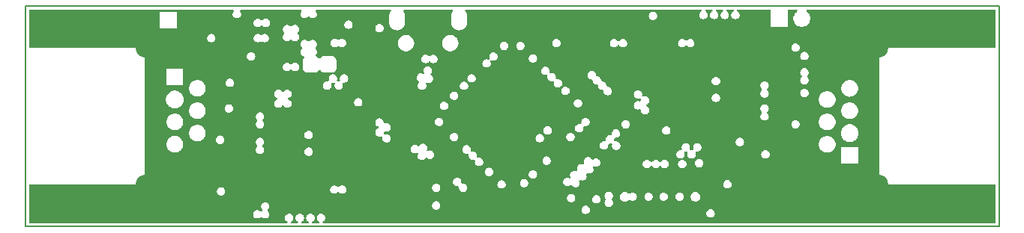
<source format=gbr>
G04 Layer_Physical_Order=2*
G04 Layer_Color=36540*
%FSLAX44Y44*%
%MOMM*%
G71*
G01*
G75*
%ADD35C,0.2000*%
%ADD66C,2.2000*%
%ADD68C,1.5000*%
%ADD70C,1.5000*%
%ADD74P,7.0711X4X270.0*%
%ADD75C,0.5500*%
G36*
X1095922Y202500D02*
X965000D01*
Y47500D01*
X1095922D01*
Y4078D01*
X336009D01*
X335787Y5578D01*
X335826Y5590D01*
X336652Y6031D01*
X337375Y6625D01*
X337969Y7348D01*
X338410Y8173D01*
X338681Y9069D01*
X338773Y10000D01*
X338681Y10931D01*
X338410Y11826D01*
X337969Y12652D01*
X337375Y13375D01*
X336652Y13969D01*
X335826Y14410D01*
X334931Y14681D01*
X334000Y14773D01*
X333069Y14681D01*
X332174Y14410D01*
X331348Y13969D01*
X330625Y13375D01*
X330031Y12652D01*
X329590Y11826D01*
X329319Y10931D01*
X329227Y10000D01*
X329319Y9069D01*
X329590Y8173D01*
X330031Y7348D01*
X330625Y6625D01*
X331348Y6031D01*
X332174Y5590D01*
X332213Y5578D01*
X331991Y4078D01*
X324009D01*
X323787Y5578D01*
X323826Y5590D01*
X324652Y6031D01*
X325375Y6625D01*
X325969Y7348D01*
X326410Y8173D01*
X326681Y9069D01*
X326773Y10000D01*
X326681Y10931D01*
X326410Y11826D01*
X325969Y12652D01*
X325375Y13375D01*
X324652Y13969D01*
X323826Y14410D01*
X322931Y14681D01*
X322000Y14773D01*
X321069Y14681D01*
X320173Y14410D01*
X319348Y13969D01*
X318625Y13375D01*
X318031Y12652D01*
X317590Y11826D01*
X317319Y10931D01*
X317227Y10000D01*
X317319Y9069D01*
X317590Y8173D01*
X318031Y7348D01*
X318625Y6625D01*
X319348Y6031D01*
X320173Y5590D01*
X320213Y5578D01*
X319991Y4078D01*
X312009D01*
X311787Y5578D01*
X311826Y5590D01*
X312652Y6031D01*
X313375Y6625D01*
X313969Y7348D01*
X314410Y8173D01*
X314681Y9069D01*
X314773Y10000D01*
X314681Y10931D01*
X314410Y11826D01*
X313969Y12652D01*
X313375Y13375D01*
X312652Y13969D01*
X311826Y14410D01*
X310931Y14681D01*
X310000Y14773D01*
X309069Y14681D01*
X308174Y14410D01*
X307348Y13969D01*
X306625Y13375D01*
X306031Y12652D01*
X305590Y11826D01*
X305319Y10931D01*
X305227Y10000D01*
X305319Y9069D01*
X305590Y8173D01*
X306031Y7348D01*
X306625Y6625D01*
X307348Y6031D01*
X308174Y5590D01*
X308213Y5578D01*
X307990Y4078D01*
X300009D01*
X299787Y5578D01*
X299827Y5590D01*
X300652Y6031D01*
X301375Y6625D01*
X301969Y7348D01*
X302410Y8173D01*
X302681Y9069D01*
X302773Y10000D01*
X302681Y10931D01*
X302410Y11826D01*
X301969Y12652D01*
X301375Y13375D01*
X300652Y13969D01*
X299827Y14410D01*
X298931Y14681D01*
X298000Y14773D01*
X297069Y14681D01*
X296173Y14410D01*
X295348Y13969D01*
X294625Y13375D01*
X294031Y12652D01*
X293590Y11826D01*
X293319Y10931D01*
X293227Y10000D01*
X293319Y9069D01*
X293590Y8173D01*
X294031Y7348D01*
X294625Y6625D01*
X295348Y6031D01*
X296173Y5590D01*
X296213Y5578D01*
X295991Y4078D01*
X4078D01*
Y47500D01*
X135000D01*
Y202500D01*
X4078D01*
Y245922D01*
X235145D01*
X235682Y244422D01*
X235625Y244375D01*
X235031Y243652D01*
X234590Y242826D01*
X234319Y241931D01*
X234227Y241000D01*
X234319Y240069D01*
X234590Y239174D01*
X235031Y238348D01*
X235625Y237625D01*
X236348Y237031D01*
X237174Y236590D01*
X238069Y236319D01*
X239000Y236227D01*
X239931Y236319D01*
X240826Y236590D01*
X241652Y237031D01*
X242375Y237625D01*
X242969Y238348D01*
X243410Y239174D01*
X243681Y240069D01*
X243773Y241000D01*
X243681Y241931D01*
X243410Y242826D01*
X242969Y243652D01*
X242375Y244375D01*
X242318Y244422D01*
X242855Y245922D01*
X311645D01*
X312182Y244422D01*
X312125Y244375D01*
X311531Y243652D01*
X311090Y242826D01*
X310819Y241931D01*
X310727Y241000D01*
X310819Y240069D01*
X311090Y239174D01*
X311531Y238348D01*
X312125Y237625D01*
X312848Y237031D01*
X313673Y236590D01*
X314569Y236319D01*
X315500Y236227D01*
X316431Y236319D01*
X317327Y236590D01*
X318152Y237031D01*
X318875Y237625D01*
X319082Y237878D01*
X319476Y238006D01*
X320524D01*
X320918Y237878D01*
X321125Y237625D01*
X321848Y237031D01*
X322673Y236590D01*
X323569Y236319D01*
X324500Y236227D01*
X325431Y236319D01*
X326327Y236590D01*
X327152Y237031D01*
X327875Y237625D01*
X328469Y238348D01*
X328910Y239174D01*
X329181Y240069D01*
X329273Y241000D01*
X329181Y241931D01*
X328910Y242826D01*
X328469Y243652D01*
X327875Y244375D01*
X327818Y244422D01*
X328355Y245922D01*
X412590D01*
X412609Y245902D01*
X413222Y244422D01*
X412696Y243806D01*
X411956Y242599D01*
X411414Y241290D01*
X411083Y239912D01*
X410972Y238500D01*
Y231500D01*
X411083Y230088D01*
X411414Y228710D01*
X411956Y227402D01*
X412696Y226194D01*
X413616Y225116D01*
X414694Y224196D01*
X415901Y223456D01*
X417210Y222914D01*
X418588Y222583D01*
X420000Y222472D01*
X421412Y222583D01*
X422790Y222914D01*
X424099Y223456D01*
X425306Y224196D01*
X426384Y225116D01*
X427304Y226194D01*
X428044Y227402D01*
X428586Y228710D01*
X428917Y230088D01*
X429028Y231500D01*
Y238500D01*
X428917Y239912D01*
X428586Y241290D01*
X428044Y242599D01*
X427304Y243806D01*
X426778Y244422D01*
X427391Y245902D01*
X427410Y245922D01*
X482590D01*
X482609Y245902D01*
X483222Y244422D01*
X482696Y243806D01*
X481956Y242599D01*
X481414Y241290D01*
X481083Y239912D01*
X480972Y238500D01*
Y231500D01*
X481083Y230088D01*
X481414Y228710D01*
X481956Y227402D01*
X482696Y226194D01*
X483616Y225116D01*
X484694Y224196D01*
X485901Y223456D01*
X487210Y222914D01*
X488588Y222583D01*
X490000Y222472D01*
X491412Y222583D01*
X492790Y222914D01*
X494099Y223456D01*
X495306Y224196D01*
X496384Y225116D01*
X497304Y226194D01*
X498044Y227402D01*
X498586Y228710D01*
X498917Y230088D01*
X499028Y231500D01*
Y238500D01*
X498917Y239912D01*
X498586Y241290D01*
X498044Y242599D01*
X497304Y243806D01*
X496778Y244422D01*
X497391Y245902D01*
X497410Y245922D01*
X763990D01*
X764213Y244422D01*
X764174Y244410D01*
X763348Y243969D01*
X762625Y243375D01*
X762031Y242652D01*
X761590Y241826D01*
X761319Y240931D01*
X761227Y240000D01*
X761319Y239069D01*
X761590Y238174D01*
X762031Y237348D01*
X762625Y236625D01*
X763348Y236031D01*
X764174Y235590D01*
X765069Y235319D01*
X766000Y235227D01*
X766931Y235319D01*
X767827Y235590D01*
X768652Y236031D01*
X769375Y236625D01*
X769969Y237348D01*
X770410Y238174D01*
X770681Y239069D01*
X770773Y240000D01*
X770681Y240931D01*
X770410Y241826D01*
X769969Y242652D01*
X769375Y243375D01*
X768652Y243969D01*
X767827Y244410D01*
X767787Y244422D01*
X768009Y245922D01*
X775991D01*
X776213Y244422D01*
X776173Y244410D01*
X775348Y243969D01*
X774625Y243375D01*
X774031Y242652D01*
X773590Y241826D01*
X773319Y240931D01*
X773227Y240000D01*
X773319Y239069D01*
X773590Y238174D01*
X774031Y237348D01*
X774625Y236625D01*
X775348Y236031D01*
X776173Y235590D01*
X777069Y235319D01*
X778000Y235227D01*
X778931Y235319D01*
X779827Y235590D01*
X780652Y236031D01*
X781375Y236625D01*
X781969Y237348D01*
X782410Y238174D01*
X782681Y239069D01*
X782773Y240000D01*
X782681Y240931D01*
X782410Y241826D01*
X781969Y242652D01*
X781375Y243375D01*
X780652Y243969D01*
X779827Y244410D01*
X779787Y244422D01*
X780009Y245922D01*
X787990D01*
X788213Y244422D01*
X788174Y244410D01*
X787348Y243969D01*
X786625Y243375D01*
X786031Y242652D01*
X785590Y241826D01*
X785319Y240931D01*
X785227Y240000D01*
X785319Y239069D01*
X785590Y238174D01*
X786031Y237348D01*
X786625Y236625D01*
X787348Y236031D01*
X788174Y235590D01*
X789069Y235319D01*
X790000Y235227D01*
X790931Y235319D01*
X791826Y235590D01*
X792652Y236031D01*
X793375Y236625D01*
X793969Y237348D01*
X794410Y238174D01*
X794681Y239069D01*
X794773Y240000D01*
X794681Y240931D01*
X794410Y241826D01*
X793969Y242652D01*
X793375Y243375D01*
X792652Y243969D01*
X791826Y244410D01*
X791787Y244422D01*
X792009Y245922D01*
X799991D01*
X800213Y244422D01*
X800173Y244410D01*
X799348Y243969D01*
X798625Y243375D01*
X798031Y242652D01*
X797590Y241826D01*
X797319Y240931D01*
X797227Y240000D01*
X797319Y239069D01*
X797590Y238174D01*
X798031Y237348D01*
X798625Y236625D01*
X799348Y236031D01*
X800173Y235590D01*
X801069Y235319D01*
X802000Y235227D01*
X802931Y235319D01*
X803827Y235590D01*
X804652Y236031D01*
X805375Y236625D01*
X805969Y237348D01*
X806410Y238174D01*
X806681Y239069D01*
X806773Y240000D01*
X806681Y240931D01*
X806410Y241826D01*
X805969Y242652D01*
X805375Y243375D01*
X804652Y243969D01*
X803827Y244410D01*
X803787Y244422D01*
X804009Y245922D01*
X840775D01*
X842100Y245500D01*
X842100Y244422D01*
Y226500D01*
X861100D01*
Y244422D01*
X861100Y245500D01*
X862425Y245922D01*
X871768D01*
X871892Y245719D01*
X871417Y243720D01*
X871399Y243709D01*
X870262Y242738D01*
X869291Y241601D01*
X868509Y240326D01*
X867937Y238945D01*
X867588Y237491D01*
X867471Y236000D01*
X867588Y234509D01*
X867937Y233055D01*
X868509Y231674D01*
X869291Y230399D01*
X870262Y229262D01*
X871399Y228291D01*
X872674Y227509D01*
X874055Y226937D01*
X875509Y226588D01*
X877000Y226471D01*
X878491Y226588D01*
X879945Y226937D01*
X881326Y227509D01*
X882601Y228291D01*
X883738Y229262D01*
X884709Y230399D01*
X885491Y231674D01*
X886063Y233055D01*
X886412Y234509D01*
X886529Y236000D01*
X886412Y237491D01*
X886063Y238945D01*
X885491Y240326D01*
X884709Y241601D01*
X883738Y242738D01*
X882601Y243709D01*
X882583Y243720D01*
X882108Y245719D01*
X882232Y245922D01*
X1095922D01*
Y202500D01*
D02*
G37*
%LPC*%
G36*
X220000Y103273D02*
X219069Y103181D01*
X218174Y102910D01*
X217348Y102469D01*
X216625Y101875D01*
X216031Y101152D01*
X215590Y100326D01*
X215319Y99431D01*
X215227Y98500D01*
X215319Y97569D01*
X215590Y96673D01*
X216031Y95848D01*
X216625Y95125D01*
X217348Y94531D01*
X218174Y94090D01*
X219069Y93819D01*
X220000Y93727D01*
X220931Y93819D01*
X221826Y94090D01*
X222652Y94531D01*
X223375Y95125D01*
X223969Y95848D01*
X224410Y96673D01*
X224681Y97569D01*
X224773Y98500D01*
X224681Y99431D01*
X224410Y100326D01*
X223969Y101152D01*
X223375Y101875D01*
X222652Y102469D01*
X221826Y102910D01*
X220931Y103181D01*
X220000Y103273D01*
D02*
G37*
G36*
X449237Y94064D02*
X448306Y93972D01*
X447411Y93701D01*
X446586Y93260D01*
X445862Y92666D01*
X445269Y91943D01*
X445081Y91592D01*
X443534Y91241D01*
X443420Y91252D01*
X442697Y91846D01*
X441871Y92287D01*
X440976Y92558D01*
X440045Y92650D01*
X439114Y92558D01*
X438218Y92287D01*
X437393Y91846D01*
X436670Y91252D01*
X436076Y90529D01*
X435635Y89704D01*
X435364Y88808D01*
X435272Y87877D01*
X435364Y86946D01*
X435635Y86050D01*
X436076Y85225D01*
X436670Y84502D01*
X437393Y83908D01*
X438218Y83467D01*
X439114Y83196D01*
X440045Y83104D01*
X440976Y83196D01*
X441871Y83467D01*
X442583Y83847D01*
X442868Y83737D01*
X443683Y82921D01*
X443793Y82636D01*
X443413Y81925D01*
X443142Y81030D01*
X443050Y80099D01*
X443142Y79168D01*
X443413Y78272D01*
X443854Y77447D01*
X444448Y76724D01*
X445171Y76130D01*
X445997Y75689D01*
X446892Y75417D01*
X447823Y75326D01*
X448754Y75417D01*
X449650Y75689D01*
X450475Y76130D01*
X451198Y76724D01*
X451792Y77447D01*
X451979Y77798D01*
X453526Y78149D01*
X453641Y78138D01*
X454364Y77544D01*
X455189Y77103D01*
X456084Y76832D01*
X457015Y76740D01*
X457947Y76832D01*
X458842Y77103D01*
X459667Y77544D01*
X460390Y78138D01*
X460984Y78861D01*
X461425Y79686D01*
X461697Y80582D01*
X461788Y81513D01*
X461697Y82444D01*
X461425Y83340D01*
X460984Y84165D01*
X460390Y84888D01*
X459667Y85482D01*
X458842Y85923D01*
X457947Y86194D01*
X457015Y86286D01*
X456084Y86194D01*
X455189Y85923D01*
X454478Y85542D01*
X454193Y85653D01*
X453377Y86468D01*
X453267Y86754D01*
X453647Y87465D01*
X453918Y88360D01*
X454010Y89291D01*
X453918Y90222D01*
X453647Y91118D01*
X453206Y91943D01*
X452612Y92666D01*
X451889Y93260D01*
X451064Y93701D01*
X450168Y93972D01*
X449237Y94064D01*
D02*
G37*
G36*
X807000Y100773D02*
X806069Y100681D01*
X805173Y100410D01*
X804348Y99969D01*
X803625Y99375D01*
X803031Y98652D01*
X802590Y97827D01*
X802319Y96931D01*
X802227Y96000D01*
X802319Y95069D01*
X802590Y94173D01*
X803031Y93348D01*
X803625Y92625D01*
X804348Y92031D01*
X805173Y91590D01*
X806069Y91319D01*
X807000Y91227D01*
X807931Y91319D01*
X808827Y91590D01*
X809652Y92031D01*
X810375Y92625D01*
X810969Y93348D01*
X811410Y94173D01*
X811681Y95069D01*
X811773Y96000D01*
X811681Y96931D01*
X811410Y97827D01*
X810969Y98652D01*
X810375Y99375D01*
X809652Y99969D01*
X808827Y100410D01*
X807931Y100681D01*
X807000Y100773D01*
D02*
G37*
G36*
X931100Y115971D02*
X929792Y115886D01*
X928506Y115630D01*
X927265Y115209D01*
X926089Y114629D01*
X924999Y113901D01*
X924014Y113036D01*
X923149Y112051D01*
X922421Y110961D01*
X921841Y109785D01*
X921420Y108544D01*
X921164Y107258D01*
X921078Y105950D01*
X921164Y104642D01*
X921420Y103356D01*
X921841Y102115D01*
X922421Y100939D01*
X923149Y99849D01*
X924014Y98864D01*
X924999Y97999D01*
X926089Y97271D01*
X927265Y96691D01*
X928506Y96270D01*
X929792Y96014D01*
X931100Y95929D01*
X932408Y96014D01*
X933694Y96270D01*
X934935Y96691D01*
X936111Y97271D01*
X937201Y97999D01*
X938186Y98864D01*
X939051Y99849D01*
X939779Y100939D01*
X940359Y102115D01*
X940780Y103356D01*
X941036Y104642D01*
X941121Y105950D01*
X941036Y107258D01*
X940780Y108544D01*
X940359Y109785D01*
X939779Y110961D01*
X939051Y112051D01*
X938186Y113036D01*
X937201Y113901D01*
X936111Y114629D01*
X934935Y115209D01*
X933694Y115630D01*
X932408Y115886D01*
X931100Y115971D01*
D02*
G37*
G36*
X581113Y105024D02*
X580182Y104932D01*
X579286Y104661D01*
X578461Y104220D01*
X577738Y103626D01*
X577144Y102903D01*
X576703Y102078D01*
X576431Y101182D01*
X576340Y100251D01*
X576431Y99320D01*
X576703Y98425D01*
X577144Y97600D01*
X577738Y96876D01*
X578461Y96283D01*
X579286Y95842D01*
X580182Y95570D01*
X581113Y95478D01*
X582044Y95570D01*
X582939Y95842D01*
X583764Y96283D01*
X584488Y96876D01*
X585081Y97600D01*
X585522Y98425D01*
X585794Y99320D01*
X585886Y100251D01*
X585794Y101182D01*
X585522Y102078D01*
X585081Y102903D01*
X584488Y103626D01*
X583764Y104220D01*
X582939Y104661D01*
X582044Y104932D01*
X581113Y105024D01*
D02*
G37*
G36*
X194300Y115479D02*
X192809Y115362D01*
X191355Y115013D01*
X189974Y114441D01*
X188699Y113659D01*
X187562Y112688D01*
X186591Y111551D01*
X185809Y110276D01*
X185237Y108895D01*
X184888Y107441D01*
X184771Y105950D01*
X184888Y104459D01*
X185237Y103005D01*
X185809Y101624D01*
X186591Y100349D01*
X187562Y99212D01*
X188699Y98241D01*
X189974Y97459D01*
X191355Y96887D01*
X192809Y96538D01*
X194300Y96421D01*
X195791Y96538D01*
X197245Y96887D01*
X198626Y97459D01*
X199901Y98241D01*
X201038Y99212D01*
X202010Y100349D01*
X202791Y101624D01*
X203363Y103005D01*
X203712Y104459D01*
X203829Y105950D01*
X203712Y107441D01*
X203363Y108895D01*
X202791Y110276D01*
X202010Y111551D01*
X201038Y112688D01*
X199901Y113659D01*
X198626Y114441D01*
X197245Y115013D01*
X195791Y115362D01*
X194300Y115479D01*
D02*
G37*
G36*
X759000Y94773D02*
X758069Y94681D01*
X757173Y94410D01*
X756348Y93969D01*
X755625Y93375D01*
X755031Y92652D01*
X754590Y91826D01*
X754319Y90931D01*
X754227Y90000D01*
X754319Y89069D01*
X754590Y88174D01*
X754769Y87839D01*
X753794Y86571D01*
X753431Y86681D01*
X752500Y86773D01*
X751569Y86681D01*
X751206Y86571D01*
X750231Y87839D01*
X750410Y88174D01*
X750681Y89069D01*
X750773Y90000D01*
X750681Y90931D01*
X750410Y91826D01*
X749969Y92652D01*
X749375Y93375D01*
X748652Y93969D01*
X747827Y94410D01*
X746931Y94681D01*
X746000Y94773D01*
X745069Y94681D01*
X744174Y94410D01*
X743348Y93969D01*
X742625Y93375D01*
X742031Y92652D01*
X741590Y91826D01*
X741319Y90931D01*
X741227Y90000D01*
X741319Y89069D01*
X741590Y88174D01*
X741670Y88025D01*
X741254Y87268D01*
X740674Y86707D01*
X740000Y86773D01*
X739069Y86681D01*
X738174Y86410D01*
X737348Y85969D01*
X736625Y85375D01*
X736031Y84652D01*
X735590Y83827D01*
X735319Y82931D01*
X735227Y82000D01*
X735319Y81069D01*
X735590Y80173D01*
X736031Y79348D01*
X736625Y78625D01*
X737348Y78031D01*
X738174Y77590D01*
X739069Y77319D01*
X740000Y77227D01*
X740931Y77319D01*
X741826Y77590D01*
X742652Y78031D01*
X743375Y78625D01*
X743969Y79348D01*
X744410Y80173D01*
X744681Y81069D01*
X744773Y82000D01*
X744681Y82931D01*
X744410Y83827D01*
X744330Y83975D01*
X744746Y84733D01*
X745326Y85293D01*
X746000Y85227D01*
X746931Y85319D01*
X747294Y85429D01*
X748269Y84161D01*
X748090Y83827D01*
X747819Y82931D01*
X747727Y82000D01*
X747819Y81069D01*
X748090Y80173D01*
X748531Y79348D01*
X749125Y78625D01*
X749848Y78031D01*
X750674Y77590D01*
X751569Y77319D01*
X752500Y77227D01*
X753431Y77319D01*
X754327Y77590D01*
X755152Y78031D01*
X755875Y78625D01*
X756469Y79348D01*
X756910Y80173D01*
X757181Y81069D01*
X757273Y82000D01*
X757181Y82931D01*
X756910Y83827D01*
X756731Y84161D01*
X757706Y85429D01*
X758069Y85319D01*
X759000Y85227D01*
X759931Y85319D01*
X760826Y85590D01*
X761652Y86031D01*
X762375Y86625D01*
X762969Y87348D01*
X763410Y88174D01*
X763681Y89069D01*
X763773Y90000D01*
X763681Y90931D01*
X763410Y91826D01*
X762969Y92652D01*
X762375Y93375D01*
X761652Y93969D01*
X760826Y94410D01*
X759931Y94681D01*
X759000Y94773D01*
D02*
G37*
G36*
X320000Y89773D02*
X319069Y89681D01*
X318174Y89410D01*
X317348Y88969D01*
X316625Y88375D01*
X316031Y87652D01*
X315590Y86826D01*
X315319Y85931D01*
X315227Y85000D01*
X315319Y84069D01*
X315590Y83174D01*
X316031Y82348D01*
X316625Y81625D01*
X317348Y81031D01*
X318174Y80590D01*
X319069Y80319D01*
X320000Y80227D01*
X320931Y80319D01*
X321827Y80590D01*
X322652Y81031D01*
X323375Y81625D01*
X323969Y82348D01*
X324410Y83174D01*
X324681Y84069D01*
X324773Y85000D01*
X324681Y85931D01*
X324410Y86826D01*
X323969Y87652D01*
X323375Y88375D01*
X322652Y88969D01*
X321827Y89410D01*
X320931Y89681D01*
X320000Y89773D01*
D02*
G37*
G36*
X836000Y86773D02*
X835069Y86681D01*
X834174Y86410D01*
X833348Y85969D01*
X832625Y85375D01*
X832031Y84652D01*
X831590Y83827D01*
X831319Y82931D01*
X831227Y82000D01*
X831319Y81069D01*
X831590Y80173D01*
X832031Y79348D01*
X832625Y78625D01*
X833348Y78031D01*
X834174Y77590D01*
X835069Y77319D01*
X836000Y77227D01*
X836931Y77319D01*
X837827Y77590D01*
X838652Y78031D01*
X839375Y78625D01*
X839969Y79348D01*
X840410Y80173D01*
X840681Y81069D01*
X840773Y82000D01*
X840681Y82931D01*
X840410Y83827D01*
X839969Y84652D01*
X839375Y85375D01*
X838652Y85969D01*
X837827Y86410D01*
X836931Y86681D01*
X836000Y86773D01*
D02*
G37*
G36*
X722000Y75773D02*
X721069Y75681D01*
X720173Y75410D01*
X719348Y74969D01*
X718625Y74375D01*
X718031Y73652D01*
X717832Y73278D01*
X717463Y73161D01*
X716537D01*
X716168Y73278D01*
X715969Y73652D01*
X715375Y74375D01*
X714652Y74969D01*
X713827Y75410D01*
X712931Y75681D01*
X712000Y75773D01*
X711069Y75681D01*
X710173Y75410D01*
X709348Y74969D01*
X708625Y74375D01*
X708031Y73652D01*
X707832Y73278D01*
X707463Y73161D01*
X706537D01*
X706168Y73278D01*
X705969Y73652D01*
X705375Y74375D01*
X704652Y74969D01*
X703827Y75410D01*
X702931Y75681D01*
X702000Y75773D01*
X701069Y75681D01*
X700173Y75410D01*
X699348Y74969D01*
X698625Y74375D01*
X698031Y73652D01*
X697590Y72826D01*
X697319Y71931D01*
X697227Y71000D01*
X697319Y70069D01*
X697590Y69173D01*
X698031Y68348D01*
X698625Y67625D01*
X699348Y67031D01*
X700173Y66590D01*
X701069Y66319D01*
X702000Y66227D01*
X702931Y66319D01*
X703827Y66590D01*
X704652Y67031D01*
X705375Y67625D01*
X705969Y68348D01*
X706168Y68722D01*
X706537Y68839D01*
X707463D01*
X707832Y68722D01*
X708031Y68348D01*
X708625Y67625D01*
X709348Y67031D01*
X710173Y66590D01*
X711069Y66319D01*
X712000Y66227D01*
X712931Y66319D01*
X713827Y66590D01*
X714652Y67031D01*
X715375Y67625D01*
X715969Y68348D01*
X716168Y68722D01*
X716537Y68839D01*
X717463D01*
X717832Y68722D01*
X718031Y68348D01*
X718625Y67625D01*
X719348Y67031D01*
X720173Y66590D01*
X721069Y66319D01*
X722000Y66227D01*
X722931Y66319D01*
X723827Y66590D01*
X724652Y67031D01*
X725375Y67625D01*
X725969Y68348D01*
X726410Y69173D01*
X726681Y70069D01*
X726773Y71000D01*
X726681Y71931D01*
X726410Y72826D01*
X725969Y73652D01*
X725375Y74375D01*
X724652Y74969D01*
X723827Y75410D01*
X722931Y75681D01*
X722000Y75773D01*
D02*
G37*
G36*
X168890Y102849D02*
X167399Y102732D01*
X165945Y102383D01*
X164564Y101811D01*
X163289Y101029D01*
X162152Y100058D01*
X161181Y98921D01*
X160399Y97646D01*
X159827Y96265D01*
X159478Y94811D01*
X159361Y93320D01*
X159478Y91829D01*
X159827Y90375D01*
X160399Y88994D01*
X161181Y87719D01*
X162152Y86582D01*
X163289Y85611D01*
X164564Y84829D01*
X165945Y84257D01*
X167399Y83908D01*
X168890Y83791D01*
X170381Y83908D01*
X171835Y84257D01*
X173216Y84829D01*
X174491Y85611D01*
X175628Y86582D01*
X176599Y87719D01*
X177381Y88994D01*
X177953Y90375D01*
X178302Y91829D01*
X178419Y93320D01*
X178302Y94811D01*
X177953Y96265D01*
X177381Y97646D01*
X176599Y98921D01*
X175628Y100058D01*
X174491Y101029D01*
X173216Y101811D01*
X171835Y102383D01*
X170381Y102732D01*
X168890Y102849D01*
D02*
G37*
G36*
X905700Y102779D02*
X904209Y102662D01*
X902755Y102313D01*
X901374Y101741D01*
X900099Y100959D01*
X898962Y99988D01*
X897991Y98851D01*
X897209Y97576D01*
X896637Y96195D01*
X896288Y94741D01*
X896171Y93250D01*
X896288Y91759D01*
X896637Y90305D01*
X897209Y88924D01*
X897991Y87649D01*
X898962Y86512D01*
X900099Y85541D01*
X901374Y84759D01*
X902755Y84187D01*
X904209Y83838D01*
X905700Y83721D01*
X907191Y83838D01*
X908645Y84187D01*
X910026Y84759D01*
X911301Y85541D01*
X912438Y86512D01*
X913410Y87649D01*
X914191Y88924D01*
X914763Y90305D01*
X915112Y91759D01*
X915229Y93250D01*
X915112Y94741D01*
X914763Y96195D01*
X914191Y97576D01*
X913410Y98851D01*
X912438Y99988D01*
X911301Y100959D01*
X910026Y101741D01*
X908645Y102313D01*
X907191Y102662D01*
X905700Y102779D01*
D02*
G37*
G36*
X265000Y100773D02*
X264069Y100681D01*
X263174Y100410D01*
X262348Y99969D01*
X261625Y99375D01*
X261031Y98652D01*
X260590Y97827D01*
X260319Y96931D01*
X260227Y96000D01*
X260319Y95069D01*
X260590Y94173D01*
X261031Y93348D01*
X261625Y92625D01*
X261877Y92418D01*
X262006Y92024D01*
Y90976D01*
X261877Y90582D01*
X261625Y90375D01*
X261031Y89652D01*
X260590Y88827D01*
X260319Y87931D01*
X260227Y87000D01*
X260319Y86069D01*
X260590Y85174D01*
X261031Y84348D01*
X261625Y83625D01*
X262348Y83031D01*
X263174Y82590D01*
X264069Y82319D01*
X265000Y82227D01*
X265931Y82319D01*
X266826Y82590D01*
X267652Y83031D01*
X268375Y83625D01*
X268969Y84348D01*
X269410Y85174D01*
X269681Y86069D01*
X269773Y87000D01*
X269681Y87931D01*
X269410Y88827D01*
X268969Y89652D01*
X268375Y90375D01*
X268123Y90582D01*
X267994Y90976D01*
Y92024D01*
X268123Y92418D01*
X268375Y92625D01*
X268969Y93348D01*
X269410Y94173D01*
X269681Y95069D01*
X269773Y96000D01*
X269681Y96931D01*
X269410Y97827D01*
X268969Y98652D01*
X268375Y99375D01*
X267652Y99969D01*
X266826Y100410D01*
X265931Y100681D01*
X265000Y100773D01*
D02*
G37*
G36*
Y129773D02*
X264069Y129681D01*
X263174Y129410D01*
X262348Y128969D01*
X261625Y128375D01*
X261031Y127652D01*
X260590Y126826D01*
X260319Y125931D01*
X260227Y125000D01*
X260319Y124069D01*
X260590Y123174D01*
X261031Y122348D01*
X261625Y121625D01*
X261877Y121418D01*
X262006Y121024D01*
Y119976D01*
X261877Y119582D01*
X261625Y119375D01*
X261031Y118652D01*
X260590Y117826D01*
X260319Y116931D01*
X260227Y116000D01*
X260319Y115069D01*
X260590Y114173D01*
X261031Y113348D01*
X261625Y112625D01*
X262348Y112031D01*
X263174Y111590D01*
X264069Y111319D01*
X265000Y111227D01*
X265931Y111319D01*
X266826Y111590D01*
X267652Y112031D01*
X268375Y112625D01*
X268969Y113348D01*
X269410Y114173D01*
X269681Y115069D01*
X269773Y116000D01*
X269681Y116931D01*
X269410Y117826D01*
X268969Y118652D01*
X268375Y119375D01*
X268123Y119582D01*
X267994Y119976D01*
Y121024D01*
X268123Y121418D01*
X268375Y121625D01*
X268969Y122348D01*
X269410Y123174D01*
X269681Y124069D01*
X269773Y125000D01*
X269681Y125931D01*
X269410Y126826D01*
X268969Y127652D01*
X268375Y128375D01*
X267652Y128969D01*
X266826Y129410D01*
X265931Y129681D01*
X265000Y129773D01*
D02*
G37*
G36*
X905700Y128179D02*
X904209Y128062D01*
X902755Y127713D01*
X901374Y127141D01*
X900099Y126359D01*
X898962Y125388D01*
X897990Y124251D01*
X897209Y122976D01*
X896637Y121595D01*
X896288Y120141D01*
X896171Y118650D01*
X896288Y117159D01*
X896637Y115705D01*
X897209Y114324D01*
X897990Y113049D01*
X898962Y111912D01*
X900099Y110941D01*
X901374Y110159D01*
X902755Y109587D01*
X904209Y109238D01*
X905700Y109121D01*
X907191Y109238D01*
X908645Y109587D01*
X910026Y110159D01*
X911301Y110941D01*
X912438Y111912D01*
X913409Y113049D01*
X914191Y114324D01*
X914763Y115705D01*
X915112Y117159D01*
X915229Y118650D01*
X915112Y120141D01*
X914763Y121595D01*
X914191Y122976D01*
X913409Y124251D01*
X912438Y125388D01*
X911301Y126359D01*
X910026Y127141D01*
X908645Y127713D01*
X907191Y128062D01*
X905700Y128179D01*
D02*
G37*
G36*
X168900D02*
X167409Y128062D01*
X165955Y127713D01*
X164574Y127141D01*
X163299Y126359D01*
X162162Y125388D01*
X161191Y124251D01*
X160409Y122976D01*
X159837Y121595D01*
X159488Y120141D01*
X159371Y118650D01*
X159488Y117159D01*
X159837Y115705D01*
X160409Y114324D01*
X161191Y113049D01*
X162162Y111912D01*
X163299Y110941D01*
X164574Y110159D01*
X165955Y109587D01*
X167409Y109238D01*
X168900Y109121D01*
X170391Y109238D01*
X171845Y109587D01*
X173226Y110159D01*
X174501Y110941D01*
X175638Y111912D01*
X176609Y113049D01*
X177391Y114324D01*
X177963Y115705D01*
X178312Y117159D01*
X178430Y118650D01*
X178312Y120141D01*
X177963Y121595D01*
X177391Y122976D01*
X176609Y124251D01*
X175638Y125388D01*
X174501Y126359D01*
X173226Y127141D01*
X171845Y127713D01*
X170391Y128062D01*
X168900Y128179D01*
D02*
G37*
G36*
X467268Y123409D02*
X466337Y123317D01*
X465442Y123046D01*
X464617Y122605D01*
X463894Y122011D01*
X463300Y121288D01*
X462859Y120463D01*
X462587Y119567D01*
X462495Y118636D01*
X462587Y117705D01*
X462859Y116810D01*
X463300Y115984D01*
X463894Y115261D01*
X464617Y114668D01*
X465442Y114226D01*
X466337Y113955D01*
X467268Y113863D01*
X468200Y113955D01*
X469095Y114226D01*
X469920Y114668D01*
X470644Y115261D01*
X471237Y115984D01*
X471678Y116810D01*
X471950Y117705D01*
X472042Y118636D01*
X471950Y119567D01*
X471678Y120463D01*
X471237Y121288D01*
X470644Y122011D01*
X469920Y122605D01*
X469095Y123046D01*
X468200Y123317D01*
X467268Y123409D01*
D02*
G37*
G36*
X870000Y120773D02*
X869069Y120681D01*
X868174Y120410D01*
X867348Y119969D01*
X866625Y119375D01*
X866031Y118652D01*
X865590Y117826D01*
X865319Y116931D01*
X865227Y116000D01*
X865319Y115069D01*
X865590Y114173D01*
X866031Y113348D01*
X866625Y112625D01*
X867348Y112031D01*
X868174Y111590D01*
X869069Y111319D01*
X870000Y111227D01*
X870931Y111319D01*
X871827Y111590D01*
X872652Y112031D01*
X873375Y112625D01*
X873969Y113348D01*
X874410Y114173D01*
X874681Y115069D01*
X874773Y116000D01*
X874681Y116931D01*
X874410Y117826D01*
X873969Y118652D01*
X873375Y119375D01*
X872652Y119969D01*
X871827Y120410D01*
X870931Y120681D01*
X870000Y120773D01*
D02*
G37*
G36*
X678000D02*
X677069Y120681D01*
X676173Y120410D01*
X675348Y119969D01*
X674625Y119375D01*
X674031Y118652D01*
X673590Y117826D01*
X673319Y116931D01*
X673227Y116000D01*
X673319Y115069D01*
X673590Y114173D01*
X674031Y113348D01*
X674625Y112625D01*
X675348Y112031D01*
X676173Y111590D01*
X677069Y111319D01*
X678000Y111227D01*
X678931Y111319D01*
X679827Y111590D01*
X680652Y112031D01*
X681375Y112625D01*
X681969Y113348D01*
X682410Y114173D01*
X682681Y115069D01*
X682773Y116000D01*
X682681Y116931D01*
X682410Y117826D01*
X681969Y118652D01*
X681375Y119375D01*
X680652Y119969D01*
X679827Y120410D01*
X678931Y120681D01*
X678000Y120773D01*
D02*
G37*
G36*
X400000Y122773D02*
X399069Y122681D01*
X398173Y122410D01*
X397348Y121969D01*
X396625Y121375D01*
X396031Y120652D01*
X395590Y119826D01*
X395319Y118931D01*
X395227Y118000D01*
X395319Y117069D01*
X395590Y116173D01*
X396031Y115348D01*
X396625Y114625D01*
X397348Y114031D01*
X398173Y113590D01*
X398881Y113376D01*
X398946Y113355D01*
X399069Y113077D01*
Y111923D01*
X398946Y111645D01*
X398881Y111624D01*
X398173Y111410D01*
X397348Y110969D01*
X396625Y110375D01*
X396031Y109652D01*
X395590Y108827D01*
X395319Y107931D01*
X395227Y107000D01*
X395319Y106069D01*
X395590Y105173D01*
X396031Y104348D01*
X396625Y103625D01*
X397348Y103031D01*
X398173Y102590D01*
X399069Y102319D01*
X400000Y102227D01*
X400931Y102319D01*
X401827Y102590D01*
X402486Y102943D01*
X402637Y102871D01*
X403590Y101826D01*
X403319Y100931D01*
X403227Y100000D01*
X403319Y99069D01*
X403590Y98174D01*
X404031Y97348D01*
X404625Y96625D01*
X405348Y96031D01*
X406174Y95590D01*
X407069Y95319D01*
X408000Y95227D01*
X408931Y95319D01*
X409827Y95590D01*
X410652Y96031D01*
X411375Y96625D01*
X411969Y97348D01*
X412410Y98174D01*
X412681Y99069D01*
X412773Y100000D01*
X412681Y100931D01*
X412410Y101826D01*
X411969Y102652D01*
X411375Y103375D01*
X410652Y103969D01*
X409827Y104410D01*
X408931Y104681D01*
X408000Y104773D01*
X407069Y104681D01*
X406174Y104410D01*
X405514Y104057D01*
X405363Y104129D01*
X404410Y105174D01*
X404681Y106069D01*
X404773Y107000D01*
X404759Y107146D01*
X406165Y108095D01*
X406174Y108090D01*
X407069Y107819D01*
X408000Y107727D01*
X408931Y107819D01*
X409827Y108090D01*
X410652Y108531D01*
X411375Y109125D01*
X411969Y109848D01*
X412410Y110674D01*
X412681Y111569D01*
X412773Y112500D01*
X412681Y113431D01*
X412410Y114326D01*
X411969Y115152D01*
X411375Y115875D01*
X410652Y116469D01*
X409827Y116910D01*
X408931Y117181D01*
X408000Y117273D01*
X407069Y117181D01*
X406174Y116910D01*
X406165Y116905D01*
X404759Y117854D01*
X404773Y118000D01*
X404681Y118931D01*
X404410Y119826D01*
X403969Y120652D01*
X403375Y121375D01*
X402652Y121969D01*
X401827Y122410D01*
X400931Y122681D01*
X400000Y122773D01*
D02*
G37*
G36*
X320000Y108773D02*
X319069Y108681D01*
X318174Y108410D01*
X317348Y107969D01*
X316625Y107375D01*
X316031Y106652D01*
X315590Y105827D01*
X315319Y104931D01*
X315227Y104000D01*
X315319Y103069D01*
X315590Y102174D01*
X316031Y101348D01*
X316625Y100625D01*
X317348Y100031D01*
X318174Y99590D01*
X319069Y99319D01*
X320000Y99227D01*
X320931Y99319D01*
X321827Y99590D01*
X322652Y100031D01*
X323375Y100625D01*
X323969Y101348D01*
X324410Y102174D01*
X324681Y103069D01*
X324773Y104000D01*
X324681Y104931D01*
X324410Y105827D01*
X323969Y106652D01*
X323375Y107375D01*
X322652Y107969D01*
X321827Y108410D01*
X320931Y108681D01*
X320000Y108773D01*
D02*
G37*
G36*
X615761Y106439D02*
X614830Y106347D01*
X613934Y106075D01*
X613109Y105634D01*
X612386Y105041D01*
X611792Y104317D01*
X611351Y103492D01*
X611080Y102597D01*
X610988Y101665D01*
X611080Y100734D01*
X611351Y99839D01*
X611792Y99014D01*
X612386Y98291D01*
X613109Y97697D01*
X613934Y97256D01*
X614830Y96984D01*
X615761Y96892D01*
X616692Y96984D01*
X617587Y97256D01*
X618413Y97697D01*
X619136Y98291D01*
X619729Y99014D01*
X620171Y99839D01*
X620442Y100734D01*
X620534Y101665D01*
X620442Y102597D01*
X620171Y103492D01*
X619729Y104317D01*
X619136Y105041D01*
X618413Y105634D01*
X617587Y106075D01*
X616692Y106347D01*
X615761Y106439D01*
D02*
G37*
G36*
X484239Y106438D02*
X483308Y106347D01*
X482412Y106075D01*
X481587Y105634D01*
X480864Y105041D01*
X480271Y104317D01*
X479829Y103492D01*
X479558Y102597D01*
X479466Y101665D01*
X479558Y100734D01*
X479829Y99839D01*
X480271Y99014D01*
X480864Y98291D01*
X481587Y97697D01*
X482412Y97256D01*
X483308Y96984D01*
X484239Y96892D01*
X485170Y96984D01*
X486066Y97256D01*
X486891Y97697D01*
X487614Y98291D01*
X488208Y99014D01*
X488649Y99839D01*
X488920Y100734D01*
X489012Y101665D01*
X488920Y102597D01*
X488649Y103492D01*
X488208Y104317D01*
X487614Y105041D01*
X486891Y105634D01*
X486066Y106075D01*
X485170Y106347D01*
X484239Y106438D01*
D02*
G37*
G36*
X589952Y113863D02*
X589020Y113771D01*
X588125Y113500D01*
X587300Y113059D01*
X586576Y112465D01*
X585983Y111742D01*
X585542Y110917D01*
X585270Y110021D01*
X585179Y109090D01*
X585270Y108159D01*
X585542Y107264D01*
X585983Y106438D01*
X586576Y105715D01*
X587300Y105121D01*
X588125Y104681D01*
X589020Y104409D01*
X589952Y104317D01*
X590883Y104409D01*
X591778Y104681D01*
X592603Y105121D01*
X593326Y105715D01*
X593920Y106438D01*
X594361Y107264D01*
X594633Y108159D01*
X594725Y109090D01*
X594633Y110021D01*
X594361Y110917D01*
X593920Y111742D01*
X593326Y112465D01*
X592603Y113059D01*
X591778Y113500D01*
X590883Y113771D01*
X589952Y113863D01*
D02*
G37*
G36*
X724000Y113773D02*
X723069Y113681D01*
X722173Y113410D01*
X721348Y112969D01*
X720625Y112375D01*
X720031Y111652D01*
X719590Y110827D01*
X719319Y109931D01*
X719227Y109000D01*
X719319Y108069D01*
X719590Y107174D01*
X720031Y106348D01*
X720625Y105625D01*
X721348Y105031D01*
X722173Y104590D01*
X723069Y104319D01*
X724000Y104227D01*
X724931Y104319D01*
X725826Y104590D01*
X726652Y105031D01*
X727375Y105625D01*
X727969Y106348D01*
X728410Y107174D01*
X728681Y108069D01*
X728773Y109000D01*
X728681Y109931D01*
X728410Y110827D01*
X727969Y111652D01*
X727375Y112375D01*
X726652Y112969D01*
X725826Y113410D01*
X724931Y113681D01*
X724000Y113773D01*
D02*
G37*
G36*
X667026Y110328D02*
X666095Y110236D01*
X665200Y109964D01*
X664374Y109523D01*
X663651Y108930D01*
X663058Y108206D01*
X662617Y107381D01*
X662345Y106486D01*
X662253Y105555D01*
X662332Y104754D01*
X661929Y104208D01*
X661655Y103934D01*
X661109Y103531D01*
X660309Y103610D01*
X659378Y103518D01*
X658482Y103247D01*
X657657Y102806D01*
X656934Y102212D01*
X656340Y101489D01*
X655899Y100664D01*
X655627Y99768D01*
X655536Y98837D01*
X655614Y98037D01*
X655212Y97491D01*
X654938Y97216D01*
X654391Y96814D01*
X653591Y96892D01*
X652660Y96801D01*
X651765Y96529D01*
X650939Y96088D01*
X650216Y95494D01*
X649623Y94771D01*
X649182Y93946D01*
X648910Y93051D01*
X648818Y92120D01*
X648910Y91188D01*
X649182Y90293D01*
X649623Y89468D01*
X650216Y88744D01*
X650939Y88151D01*
X651765Y87710D01*
X652660Y87438D01*
X653591Y87347D01*
X654522Y87438D01*
X655418Y87710D01*
X656243Y88151D01*
X656966Y88744D01*
X657560Y89468D01*
X658001Y90293D01*
X658272Y91188D01*
X658364Y92120D01*
X658285Y92920D01*
X658688Y93466D01*
X658962Y93740D01*
X659509Y94143D01*
X660309Y94064D01*
X661240Y94156D01*
X661645Y94279D01*
X661988Y94101D01*
X662644Y93446D01*
X662821Y93103D01*
X662699Y92697D01*
X662607Y91766D01*
X662699Y90835D01*
X662970Y89939D01*
X663411Y89114D01*
X664005Y88391D01*
X664728Y87797D01*
X665553Y87356D01*
X666449Y87085D01*
X667380Y86993D01*
X668311Y87085D01*
X669206Y87356D01*
X670031Y87797D01*
X670755Y88391D01*
X671348Y89114D01*
X671789Y89939D01*
X672061Y90835D01*
X672153Y91766D01*
X672061Y92697D01*
X671789Y93593D01*
X671348Y94418D01*
X670755Y95141D01*
X670031Y95735D01*
X669206Y96176D01*
X668311Y96447D01*
X667380Y96539D01*
X666449Y96447D01*
X666043Y96324D01*
X665700Y96502D01*
X665045Y97157D01*
X664867Y97501D01*
X664990Y97906D01*
X665082Y98837D01*
X665003Y99637D01*
X665406Y100184D01*
X665679Y100458D01*
X666226Y100860D01*
X667026Y100782D01*
X667957Y100873D01*
X668853Y101145D01*
X669678Y101586D01*
X670401Y102180D01*
X670995Y102903D01*
X671436Y103728D01*
X671707Y104623D01*
X671799Y105555D01*
X671707Y106486D01*
X671436Y107381D01*
X670995Y108206D01*
X670401Y108930D01*
X669678Y109523D01*
X668853Y109964D01*
X667957Y110236D01*
X667026Y110328D01*
D02*
G37*
G36*
X940600Y90050D02*
X921600D01*
Y71050D01*
X940600D01*
Y90050D01*
D02*
G37*
G36*
X704000Y38773D02*
X703069Y38681D01*
X702173Y38410D01*
X701348Y37969D01*
X700625Y37375D01*
X700031Y36652D01*
X699590Y35826D01*
X699319Y34931D01*
X699227Y34000D01*
X699319Y33069D01*
X699590Y32174D01*
X700031Y31348D01*
X700625Y30625D01*
X701348Y30031D01*
X702173Y29590D01*
X703069Y29319D01*
X704000Y29227D01*
X704931Y29319D01*
X705826Y29590D01*
X706652Y30031D01*
X707375Y30625D01*
X707969Y31348D01*
X708410Y32174D01*
X708681Y33069D01*
X708773Y34000D01*
X708681Y34931D01*
X708410Y35826D01*
X707969Y36652D01*
X707375Y37375D01*
X706652Y37969D01*
X705826Y38410D01*
X704931Y38681D01*
X704000Y38773D01*
D02*
G37*
G36*
X677000Y39527D02*
X675922Y39420D01*
X674885Y39106D01*
X673930Y38595D01*
X673092Y37908D01*
X672405Y37070D01*
X671894Y36115D01*
X671580Y35078D01*
X671473Y34000D01*
X671580Y32922D01*
X671894Y31885D01*
X672405Y30930D01*
X673092Y30092D01*
X673930Y29405D01*
X674885Y28894D01*
X675922Y28580D01*
X677000Y28473D01*
X678078Y28580D01*
X679115Y28894D01*
X680070Y29405D01*
X680908Y30092D01*
X681015Y30222D01*
X682422Y30574D01*
X682978Y30335D01*
X683348Y30031D01*
X684174Y29590D01*
X685069Y29319D01*
X686000Y29227D01*
X686931Y29319D01*
X687827Y29590D01*
X688652Y30031D01*
X689375Y30625D01*
X689969Y31348D01*
X690410Y32174D01*
X690681Y33069D01*
X690773Y34000D01*
X690681Y34931D01*
X690410Y35826D01*
X689969Y36652D01*
X689375Y37375D01*
X688652Y37969D01*
X687827Y38410D01*
X686931Y38681D01*
X686000Y38773D01*
X685069Y38681D01*
X684174Y38410D01*
X683348Y37969D01*
X682978Y37665D01*
X682422Y37426D01*
X681015Y37778D01*
X680908Y37908D01*
X680070Y38595D01*
X679115Y39106D01*
X678078Y39420D01*
X677000Y39527D01*
D02*
G37*
G36*
X757000D02*
X755922Y39420D01*
X754885Y39106D01*
X753930Y38595D01*
X753092Y37908D01*
X752405Y37070D01*
X751894Y36115D01*
X751580Y35078D01*
X751473Y34000D01*
X751580Y32922D01*
X751894Y31885D01*
X752405Y30930D01*
X753092Y30092D01*
X753930Y29405D01*
X754885Y28894D01*
X755922Y28580D01*
X757000Y28473D01*
X758078Y28580D01*
X759115Y28894D01*
X760070Y29405D01*
X760908Y30092D01*
X761595Y30930D01*
X762106Y31885D01*
X762420Y32922D01*
X762527Y34000D01*
X762420Y35078D01*
X762106Y36115D01*
X761595Y37070D01*
X760908Y37908D01*
X760070Y38595D01*
X759115Y39106D01*
X758078Y39420D01*
X757000Y39527D01*
D02*
G37*
G36*
X221000Y44773D02*
X220069Y44681D01*
X219174Y44410D01*
X218348Y43969D01*
X217625Y43375D01*
X217031Y42652D01*
X216590Y41827D01*
X216319Y40931D01*
X216227Y40000D01*
X216319Y39069D01*
X216590Y38173D01*
X217031Y37348D01*
X217625Y36625D01*
X218348Y36031D01*
X219174Y35590D01*
X220069Y35319D01*
X221000Y35227D01*
X221931Y35319D01*
X222826Y35590D01*
X223652Y36031D01*
X224375Y36625D01*
X224969Y37348D01*
X225410Y38173D01*
X225681Y39069D01*
X225773Y40000D01*
X225681Y40931D01*
X225410Y41827D01*
X224969Y42652D01*
X224375Y43375D01*
X223652Y43969D01*
X222826Y44410D01*
X221931Y44681D01*
X221000Y44773D01*
D02*
G37*
G36*
X739000Y38773D02*
X738069Y38681D01*
X737173Y38410D01*
X736348Y37969D01*
X735625Y37375D01*
X735031Y36652D01*
X734590Y35826D01*
X734319Y34931D01*
X734227Y34000D01*
X734319Y33069D01*
X734590Y32174D01*
X735031Y31348D01*
X735625Y30625D01*
X736348Y30031D01*
X737173Y29590D01*
X738069Y29319D01*
X739000Y29227D01*
X739931Y29319D01*
X740826Y29590D01*
X741652Y30031D01*
X742375Y30625D01*
X742969Y31348D01*
X743410Y32174D01*
X743681Y33069D01*
X743773Y34000D01*
X743681Y34931D01*
X743410Y35826D01*
X742969Y36652D01*
X742375Y37375D01*
X741652Y37969D01*
X740826Y38410D01*
X739931Y38681D01*
X739000Y38773D01*
D02*
G37*
G36*
X721000D02*
X720069Y38681D01*
X719174Y38410D01*
X718348Y37969D01*
X717625Y37375D01*
X717031Y36652D01*
X716590Y35826D01*
X716319Y34931D01*
X716227Y34000D01*
X716319Y33069D01*
X716590Y32174D01*
X717031Y31348D01*
X717625Y30625D01*
X718348Y30031D01*
X719174Y29590D01*
X720069Y29319D01*
X721000Y29227D01*
X721931Y29319D01*
X722827Y29590D01*
X723652Y30031D01*
X724375Y30625D01*
X724969Y31348D01*
X725410Y32174D01*
X725681Y33069D01*
X725773Y34000D01*
X725681Y34931D01*
X725410Y35826D01*
X724969Y36652D01*
X724375Y37375D01*
X723652Y37969D01*
X722827Y38410D01*
X721931Y38681D01*
X721000Y38773D01*
D02*
G37*
G36*
X616468Y37142D02*
X615537Y37050D01*
X614641Y36779D01*
X613816Y36338D01*
X613093Y35744D01*
X612500Y35021D01*
X612058Y34196D01*
X611787Y33300D01*
X611695Y32369D01*
X611787Y31438D01*
X612058Y30543D01*
X612500Y29717D01*
X613093Y28994D01*
X613816Y28400D01*
X614641Y27959D01*
X615537Y27688D01*
X616468Y27596D01*
X617399Y27688D01*
X618295Y27959D01*
X619120Y28400D01*
X619843Y28994D01*
X620437Y29717D01*
X620878Y30543D01*
X621149Y31438D01*
X621241Y32369D01*
X621149Y33300D01*
X620878Y34196D01*
X620437Y35021D01*
X619843Y35744D01*
X619120Y36338D01*
X618295Y36779D01*
X617399Y37050D01*
X616468Y37142D01*
D02*
G37*
G36*
X271000Y27773D02*
X270069Y27681D01*
X269174Y27410D01*
X268348Y26969D01*
X267625Y26375D01*
X267031Y25652D01*
X266590Y24827D01*
X266319Y23931D01*
X266227Y23000D01*
X266319Y22069D01*
X266590Y21174D01*
X267031Y20348D01*
X267625Y19625D01*
X267783Y19496D01*
X267885Y17967D01*
X267033Y17115D01*
X265504Y17217D01*
X265375Y17375D01*
X264652Y17969D01*
X263827Y18410D01*
X262931Y18681D01*
X262000Y18773D01*
X261069Y18681D01*
X260173Y18410D01*
X259348Y17969D01*
X258625Y17375D01*
X258031Y16652D01*
X257590Y15826D01*
X257319Y14931D01*
X257227Y14000D01*
X257319Y13069D01*
X257590Y12174D01*
X258031Y11348D01*
X258625Y10625D01*
X259348Y10031D01*
X260173Y9590D01*
X261069Y9319D01*
X262000Y9227D01*
X262931Y9319D01*
X263827Y9590D01*
X264652Y10031D01*
X265375Y10625D01*
X265582Y10877D01*
X265976Y11006D01*
X267024D01*
X267418Y10877D01*
X267625Y10625D01*
X268348Y10031D01*
X269174Y9590D01*
X270069Y9319D01*
X271000Y9227D01*
X271931Y9319D01*
X272826Y9590D01*
X273652Y10031D01*
X274375Y10625D01*
X274969Y11348D01*
X275410Y12174D01*
X275681Y13069D01*
X275773Y14000D01*
X275681Y14931D01*
X275410Y15826D01*
X274969Y16652D01*
X274375Y17375D01*
X274123Y17582D01*
X273995Y17976D01*
Y19024D01*
X274123Y19418D01*
X274375Y19625D01*
X274969Y20348D01*
X275410Y21174D01*
X275681Y22069D01*
X275773Y23000D01*
X275681Y23931D01*
X275410Y24827D01*
X274969Y25652D01*
X274375Y26375D01*
X273652Y26969D01*
X272826Y27410D01*
X271931Y27681D01*
X271000Y27773D01*
D02*
G37*
G36*
X633000Y23773D02*
X632069Y23681D01*
X631174Y23410D01*
X630348Y22969D01*
X629625Y22375D01*
X629031Y21652D01*
X628590Y20826D01*
X628319Y19931D01*
X628227Y19000D01*
X628319Y18069D01*
X628590Y17173D01*
X629031Y16348D01*
X629625Y15625D01*
X630348Y15031D01*
X631174Y14590D01*
X632069Y14319D01*
X633000Y14227D01*
X633931Y14319D01*
X634827Y14590D01*
X635652Y15031D01*
X636375Y15625D01*
X636969Y16348D01*
X637410Y17173D01*
X637681Y18069D01*
X637773Y19000D01*
X637681Y19931D01*
X637410Y20826D01*
X636969Y21652D01*
X636375Y22375D01*
X635652Y22969D01*
X634827Y23410D01*
X633931Y23681D01*
X633000Y23773D01*
D02*
G37*
G36*
X774000Y19773D02*
X773069Y19681D01*
X772173Y19410D01*
X771348Y18969D01*
X770625Y18375D01*
X770031Y17652D01*
X769590Y16826D01*
X769319Y15931D01*
X769227Y15000D01*
X769319Y14069D01*
X769590Y13174D01*
X770031Y12348D01*
X770625Y11625D01*
X771348Y11031D01*
X772173Y10590D01*
X773069Y10319D01*
X774000Y10227D01*
X774931Y10319D01*
X775826Y10590D01*
X776652Y11031D01*
X777375Y11625D01*
X777969Y12348D01*
X778410Y13174D01*
X778681Y14069D01*
X778773Y15000D01*
X778681Y15931D01*
X778410Y16826D01*
X777969Y17652D01*
X777375Y18375D01*
X776652Y18969D01*
X775826Y19410D01*
X774931Y19681D01*
X774000Y19773D01*
D02*
G37*
G36*
X645000Y35773D02*
X644069Y35681D01*
X643174Y35410D01*
X642348Y34969D01*
X641625Y34375D01*
X641031Y33652D01*
X640590Y32826D01*
X640319Y31931D01*
X640227Y31000D01*
X640319Y30069D01*
X640590Y29173D01*
X641031Y28348D01*
X641625Y27625D01*
X642348Y27031D01*
X643174Y26590D01*
X644069Y26319D01*
X645000Y26227D01*
X645931Y26319D01*
X646826Y26590D01*
X647652Y27031D01*
X648375Y27625D01*
X648969Y28348D01*
X649410Y29173D01*
X649681Y30069D01*
X649773Y31000D01*
X649681Y31931D01*
X649410Y32826D01*
X648969Y33652D01*
X648375Y34375D01*
X647652Y34969D01*
X646826Y35410D01*
X645931Y35681D01*
X645000Y35773D01*
D02*
G37*
G36*
X659000Y39773D02*
X658069Y39681D01*
X657173Y39410D01*
X656348Y38969D01*
X655625Y38375D01*
X655031Y37652D01*
X654590Y36827D01*
X654319Y35931D01*
X654227Y35000D01*
X654319Y34069D01*
X654590Y33173D01*
X655031Y32348D01*
X655625Y31625D01*
Y30375D01*
X655031Y29652D01*
X654590Y28826D01*
X654319Y27931D01*
X654227Y27000D01*
X654319Y26069D01*
X654590Y25173D01*
X655031Y24348D01*
X655625Y23625D01*
X656348Y23031D01*
X657173Y22590D01*
X658069Y22319D01*
X659000Y22227D01*
X659931Y22319D01*
X660826Y22590D01*
X661652Y23031D01*
X662375Y23625D01*
X662969Y24348D01*
X663410Y25173D01*
X663681Y26069D01*
X663773Y27000D01*
X663681Y27931D01*
X663410Y28826D01*
X662969Y29652D01*
X662375Y30375D01*
Y31625D01*
X662969Y32348D01*
X663410Y33173D01*
X663681Y34069D01*
X663773Y35000D01*
X663681Y35931D01*
X663410Y36827D01*
X662969Y37652D01*
X662375Y38375D01*
X661652Y38969D01*
X660826Y39410D01*
X659931Y39681D01*
X659000Y39773D01*
D02*
G37*
G36*
X464000Y28773D02*
X463069Y28681D01*
X462174Y28410D01*
X461348Y27969D01*
X460625Y27375D01*
X460031Y26652D01*
X459590Y25826D01*
X459319Y24931D01*
X459227Y24000D01*
X459319Y23069D01*
X459590Y22174D01*
X460031Y21348D01*
X460625Y20625D01*
X461348Y20031D01*
X462174Y19590D01*
X463069Y19319D01*
X464000Y19227D01*
X464931Y19319D01*
X465827Y19590D01*
X466652Y20031D01*
X467375Y20625D01*
X467969Y21348D01*
X468410Y22174D01*
X468681Y23069D01*
X468773Y24000D01*
X468681Y24931D01*
X468410Y25826D01*
X467969Y26652D01*
X467375Y27375D01*
X466652Y27969D01*
X465827Y28410D01*
X464931Y28681D01*
X464000Y28773D01*
D02*
G37*
G36*
X761000Y76773D02*
X760069Y76681D01*
X759174Y76410D01*
X758348Y75969D01*
X757625Y75375D01*
X757031Y74652D01*
X756590Y73826D01*
X756319Y72931D01*
X756227Y72000D01*
X756319Y71069D01*
X756590Y70174D01*
X757031Y69348D01*
X757625Y68625D01*
X758348Y68031D01*
X759174Y67590D01*
X760069Y67319D01*
X761000Y67227D01*
X761931Y67319D01*
X762827Y67590D01*
X763652Y68031D01*
X764375Y68625D01*
X764969Y69348D01*
X765410Y70174D01*
X765681Y71069D01*
X765773Y72000D01*
X765681Y72931D01*
X765410Y73826D01*
X764969Y74652D01*
X764375Y75375D01*
X763652Y75969D01*
X762827Y76410D01*
X761931Y76681D01*
X761000Y76773D01*
D02*
G37*
G36*
X742000Y75773D02*
X741069Y75681D01*
X740173Y75410D01*
X739348Y74969D01*
X738625Y74375D01*
X738031Y73652D01*
X737590Y72826D01*
X737319Y71931D01*
X737227Y71000D01*
X737319Y70069D01*
X737590Y69173D01*
X738031Y68348D01*
X738625Y67625D01*
X739348Y67031D01*
X740173Y66590D01*
X741069Y66319D01*
X742000Y66227D01*
X742931Y66319D01*
X743827Y66590D01*
X744652Y67031D01*
X745375Y67625D01*
X745969Y68348D01*
X746410Y69173D01*
X746681Y70069D01*
X746773Y71000D01*
X746681Y71931D01*
X746410Y72826D01*
X745969Y73652D01*
X745375Y74375D01*
X744652Y74969D01*
X743827Y75410D01*
X742931Y75681D01*
X742000Y75773D01*
D02*
G37*
G36*
X523837Y66841D02*
X522906Y66749D01*
X522010Y66477D01*
X521185Y66036D01*
X520462Y65443D01*
X519869Y64719D01*
X519427Y63894D01*
X519156Y62999D01*
X519064Y62067D01*
X519156Y61136D01*
X519427Y60241D01*
X519869Y59416D01*
X520462Y58692D01*
X521185Y58099D01*
X522010Y57658D01*
X522906Y57386D01*
X523837Y57295D01*
X524768Y57386D01*
X525664Y57658D01*
X526489Y58099D01*
X527212Y58692D01*
X527806Y59416D01*
X528247Y60241D01*
X528518Y61136D01*
X528610Y62067D01*
X528518Y62999D01*
X528247Y63894D01*
X527806Y64719D01*
X527212Y65443D01*
X526489Y66036D01*
X525664Y66477D01*
X524768Y66749D01*
X523837Y66841D01*
D02*
G37*
G36*
X635560Y78861D02*
X634629Y78770D01*
X633733Y78498D01*
X632908Y78057D01*
X632185Y77463D01*
X631591Y76740D01*
X631150Y75915D01*
X630879Y75019D01*
X630787Y74088D01*
X630879Y73157D01*
X631150Y72262D01*
X631530Y71551D01*
X631420Y71266D01*
X630605Y70450D01*
X630319Y70340D01*
X629608Y70720D01*
X628713Y70991D01*
X627782Y71083D01*
X626851Y70991D01*
X625955Y70720D01*
X625130Y70279D01*
X624407Y69685D01*
X623813Y68962D01*
X623372Y68137D01*
X623101Y67241D01*
X623009Y66310D01*
X623101Y65379D01*
X623372Y64484D01*
X623752Y63773D01*
X623642Y63487D01*
X622826Y62672D01*
X622541Y62561D01*
X621830Y62942D01*
X620935Y63213D01*
X620004Y63305D01*
X619072Y63213D01*
X618177Y62942D01*
X617352Y62501D01*
X616629Y61907D01*
X616035Y61184D01*
X615594Y60359D01*
X615322Y59463D01*
X615231Y58532D01*
X615322Y57601D01*
X615594Y56705D01*
X615974Y55994D01*
X615864Y55709D01*
X615048Y54893D01*
X614763Y54783D01*
X614052Y55163D01*
X613157Y55435D01*
X612225Y55527D01*
X611294Y55435D01*
X610399Y55163D01*
X609574Y54722D01*
X608850Y54129D01*
X608257Y53405D01*
X607816Y52580D01*
X607544Y51685D01*
X607452Y50754D01*
X607544Y49823D01*
X607816Y48927D01*
X608257Y48102D01*
X608850Y47379D01*
X609574Y46785D01*
X610399Y46344D01*
X611294Y46073D01*
X612225Y45981D01*
X613157Y46073D01*
X614052Y46344D01*
X614877Y46785D01*
X615600Y47379D01*
X615714Y47390D01*
X617262Y47039D01*
X617449Y46688D01*
X618043Y45965D01*
X618766Y45371D01*
X619591Y44930D01*
X620487Y44658D01*
X621418Y44567D01*
X622349Y44658D01*
X623244Y44930D01*
X624070Y45371D01*
X624793Y45965D01*
X625386Y46688D01*
X625827Y47513D01*
X626099Y48408D01*
X626191Y49340D01*
X626099Y50271D01*
X625827Y51166D01*
X625447Y51877D01*
X625558Y52162D01*
X626373Y52978D01*
X626658Y53088D01*
X627369Y52708D01*
X628265Y52436D01*
X629196Y52345D01*
X630127Y52436D01*
X631022Y52708D01*
X631848Y53149D01*
X632571Y53743D01*
X633164Y54466D01*
X633606Y55291D01*
X633877Y56187D01*
X633969Y57118D01*
X633877Y58049D01*
X633606Y58944D01*
X633226Y59655D01*
X633336Y59941D01*
X634151Y60756D01*
X634436Y60866D01*
X635148Y60486D01*
X636043Y60215D01*
X636974Y60123D01*
X637905Y60215D01*
X638801Y60486D01*
X639626Y60927D01*
X640349Y61521D01*
X640943Y62244D01*
X641384Y63069D01*
X641655Y63965D01*
X641747Y64896D01*
X641655Y65827D01*
X641384Y66722D01*
X641004Y67434D01*
X641114Y67719D01*
X641930Y68534D01*
X642215Y68644D01*
X642926Y68264D01*
X643821Y67993D01*
X644752Y67901D01*
X645683Y67993D01*
X646579Y68264D01*
X647404Y68706D01*
X648127Y69299D01*
X648721Y70022D01*
X649162Y70848D01*
X649434Y71743D01*
X649525Y72674D01*
X649434Y73605D01*
X649162Y74501D01*
X648721Y75326D01*
X648127Y76049D01*
X647404Y76643D01*
X646579Y77084D01*
X645683Y77355D01*
X644752Y77447D01*
X643821Y77355D01*
X642926Y77084D01*
X642101Y76643D01*
X641377Y76049D01*
X641264Y76038D01*
X639716Y76389D01*
X639529Y76740D01*
X638935Y77463D01*
X638212Y78057D01*
X637387Y78498D01*
X636491Y78770D01*
X635560Y78861D01*
D02*
G37*
G36*
X588891Y79568D02*
X587960Y79477D01*
X587064Y79205D01*
X586239Y78764D01*
X585516Y78170D01*
X584922Y77447D01*
X584481Y76622D01*
X584210Y75727D01*
X584118Y74795D01*
X584210Y73864D01*
X584481Y72969D01*
X584922Y72144D01*
X585516Y71420D01*
X586239Y70827D01*
X587064Y70386D01*
X587960Y70114D01*
X588891Y70022D01*
X589822Y70114D01*
X590717Y70386D01*
X591543Y70827D01*
X592266Y71420D01*
X592859Y72144D01*
X593301Y72969D01*
X593572Y73864D01*
X593664Y74795D01*
X593572Y75727D01*
X593301Y76622D01*
X592859Y77447D01*
X592266Y78170D01*
X591543Y78764D01*
X590717Y79205D01*
X589822Y79477D01*
X588891Y79568D01*
D02*
G37*
G36*
X498381Y92296D02*
X497450Y92205D01*
X496555Y91933D01*
X495729Y91492D01*
X495006Y90898D01*
X494413Y90175D01*
X493972Y89350D01*
X493700Y88455D01*
X493608Y87523D01*
X493700Y86592D01*
X493972Y85697D01*
X494413Y84872D01*
X495006Y84148D01*
X495729Y83555D01*
X496555Y83114D01*
X497450Y82842D01*
X498381Y82750D01*
X499312Y82842D01*
X499718Y82965D01*
X500061Y82787D01*
X500716Y82132D01*
X500894Y81789D01*
X500771Y81383D01*
X500679Y80452D01*
X500771Y79521D01*
X501043Y78626D01*
X501484Y77801D01*
X502077Y77077D01*
X502800Y76484D01*
X503626Y76043D01*
X504521Y75771D01*
X505452Y75679D01*
X506383Y75771D01*
X506789Y75894D01*
X507132Y75716D01*
X507787Y75061D01*
X507965Y74718D01*
X507842Y74312D01*
X507750Y73381D01*
X507842Y72450D01*
X508114Y71555D01*
X508555Y70729D01*
X509148Y70006D01*
X509872Y69413D01*
X510697Y68972D01*
X511592Y68700D01*
X512523Y68608D01*
X513455Y68700D01*
X514350Y68972D01*
X515175Y69413D01*
X515898Y70006D01*
X516492Y70729D01*
X516933Y71555D01*
X517205Y72450D01*
X517296Y73381D01*
X517205Y74312D01*
X516933Y75208D01*
X516492Y76033D01*
X515898Y76756D01*
X515175Y77350D01*
X514350Y77791D01*
X513455Y78063D01*
X512523Y78154D01*
X511592Y78063D01*
X511187Y77940D01*
X510844Y78117D01*
X510188Y78773D01*
X510011Y79116D01*
X510134Y79521D01*
X510225Y80452D01*
X510134Y81383D01*
X509862Y82279D01*
X509421Y83104D01*
X508827Y83827D01*
X508104Y84421D01*
X507279Y84862D01*
X506383Y85133D01*
X505452Y85225D01*
X504521Y85133D01*
X504116Y85011D01*
X503773Y85188D01*
X503117Y85844D01*
X502939Y86187D01*
X503062Y86592D01*
X503154Y87523D01*
X503062Y88455D01*
X502791Y89350D01*
X502350Y90175D01*
X501756Y90898D01*
X501033Y91492D01*
X500208Y91933D01*
X499312Y92205D01*
X498381Y92296D01*
D02*
G37*
G36*
X573335Y64012D02*
X572403Y63920D01*
X571508Y63649D01*
X570683Y63208D01*
X569959Y62614D01*
X569366Y61891D01*
X568925Y61066D01*
X568653Y60170D01*
X568562Y59239D01*
X568653Y58308D01*
X568925Y57413D01*
X569366Y56587D01*
X569959Y55864D01*
X570683Y55271D01*
X571508Y54829D01*
X572403Y54558D01*
X573335Y54466D01*
X574266Y54558D01*
X575161Y54829D01*
X575986Y55271D01*
X576710Y55864D01*
X577303Y56587D01*
X577744Y57413D01*
X578016Y58308D01*
X578107Y59239D01*
X578016Y60170D01*
X577744Y61066D01*
X577303Y61891D01*
X576710Y62614D01*
X575986Y63208D01*
X575161Y63649D01*
X574266Y63920D01*
X573335Y64012D01*
D02*
G37*
G36*
X537979Y52698D02*
X537048Y52607D01*
X536153Y52335D01*
X535327Y51894D01*
X534604Y51300D01*
X534011Y50577D01*
X533569Y49752D01*
X533298Y48857D01*
X533206Y47925D01*
X533298Y46994D01*
X533569Y46099D01*
X534011Y45274D01*
X534604Y44550D01*
X535327Y43957D01*
X536153Y43516D01*
X537048Y43244D01*
X537979Y43152D01*
X538910Y43244D01*
X539806Y43516D01*
X540631Y43957D01*
X541354Y44550D01*
X541948Y45274D01*
X542389Y46099D01*
X542660Y46994D01*
X542752Y47925D01*
X542660Y48857D01*
X542389Y49752D01*
X541948Y50577D01*
X541354Y51300D01*
X540631Y51894D01*
X539806Y52335D01*
X538910Y52607D01*
X537979Y52698D01*
D02*
G37*
G36*
X487775Y55527D02*
X486843Y55435D01*
X485948Y55163D01*
X485123Y54722D01*
X484400Y54129D01*
X483806Y53405D01*
X483365Y52580D01*
X483093Y51685D01*
X483002Y50754D01*
X483093Y49823D01*
X483365Y48927D01*
X483806Y48102D01*
X484400Y47379D01*
X485123Y46785D01*
X485948Y46344D01*
X486843Y46073D01*
X487775Y45981D01*
X488575Y46060D01*
X489121Y45657D01*
X489395Y45383D01*
X489798Y44836D01*
X489719Y44036D01*
X489811Y43105D01*
X490083Y42210D01*
X490523Y41385D01*
X491117Y40661D01*
X491840Y40068D01*
X492666Y39627D01*
X493561Y39355D01*
X494492Y39263D01*
X495423Y39355D01*
X496319Y39627D01*
X497144Y40068D01*
X497867Y40661D01*
X498461Y41385D01*
X498902Y42210D01*
X499173Y43105D01*
X499265Y44036D01*
X499173Y44967D01*
X498902Y45863D01*
X498461Y46688D01*
X497867Y47411D01*
X497144Y48005D01*
X496319Y48446D01*
X495423Y48717D01*
X494492Y48809D01*
X493692Y48730D01*
X493145Y49133D01*
X492871Y49407D01*
X492469Y49954D01*
X492548Y50754D01*
X492456Y51685D01*
X492184Y52580D01*
X491743Y53405D01*
X491150Y54129D01*
X490426Y54722D01*
X489601Y55163D01*
X488706Y55435D01*
X487775Y55527D01*
D02*
G37*
G36*
X464086Y48809D02*
X463155Y48717D01*
X462260Y48446D01*
X461435Y48005D01*
X460712Y47411D01*
X460118Y46688D01*
X459677Y45863D01*
X459405Y44967D01*
X459314Y44036D01*
X459405Y43105D01*
X459677Y42210D01*
X460118Y41385D01*
X460712Y40661D01*
X461435Y40068D01*
X462260Y39627D01*
X463155Y39355D01*
X464086Y39263D01*
X465018Y39355D01*
X465913Y39627D01*
X466738Y40068D01*
X467462Y40661D01*
X468055Y41385D01*
X468496Y42210D01*
X468768Y43105D01*
X468859Y44036D01*
X468768Y44967D01*
X468496Y45863D01*
X468055Y46688D01*
X467462Y47411D01*
X466738Y48005D01*
X465913Y48446D01*
X465018Y48717D01*
X464086Y48809D01*
D02*
G37*
G36*
X358000Y46773D02*
X357069Y46681D01*
X356174Y46410D01*
X355348Y45969D01*
X354625Y45375D01*
X354418Y45122D01*
X354024Y44995D01*
X352976D01*
X352582Y45122D01*
X352375Y45375D01*
X351652Y45969D01*
X350826Y46410D01*
X349931Y46681D01*
X349000Y46773D01*
X348069Y46681D01*
X347173Y46410D01*
X346348Y45969D01*
X345625Y45375D01*
X345031Y44652D01*
X344590Y43826D01*
X344319Y42931D01*
X344227Y42000D01*
X344319Y41069D01*
X344590Y40174D01*
X345031Y39348D01*
X345625Y38625D01*
X346348Y38031D01*
X347173Y37590D01*
X348069Y37319D01*
X349000Y37227D01*
X349931Y37319D01*
X350826Y37590D01*
X351652Y38031D01*
X352375Y38625D01*
X352582Y38877D01*
X352976Y39005D01*
X354024D01*
X354418Y38877D01*
X354625Y38625D01*
X355348Y38031D01*
X356174Y37590D01*
X357069Y37319D01*
X358000Y37227D01*
X358931Y37319D01*
X359827Y37590D01*
X360652Y38031D01*
X361375Y38625D01*
X361969Y39348D01*
X362410Y40174D01*
X362681Y41069D01*
X362773Y42000D01*
X362681Y42931D01*
X362410Y43826D01*
X361969Y44652D01*
X361375Y45375D01*
X360652Y45969D01*
X359827Y46410D01*
X358931Y46681D01*
X358000Y46773D01*
D02*
G37*
G36*
X563435Y54113D02*
X562504Y54021D01*
X561609Y53749D01*
X560783Y53308D01*
X560060Y52715D01*
X559466Y51991D01*
X559025Y51166D01*
X558754Y50271D01*
X558662Y49340D01*
X558754Y48408D01*
X559025Y47513D01*
X559466Y46688D01*
X560060Y45965D01*
X560783Y45371D01*
X561609Y44930D01*
X562504Y44658D01*
X563435Y44567D01*
X564366Y44658D01*
X565261Y44930D01*
X566087Y45371D01*
X566810Y45965D01*
X567404Y46688D01*
X567845Y47513D01*
X568116Y48408D01*
X568208Y49340D01*
X568116Y50271D01*
X567845Y51166D01*
X567404Y51991D01*
X566810Y52715D01*
X566087Y53308D01*
X565261Y53749D01*
X564366Y54021D01*
X563435Y54113D01*
D02*
G37*
G36*
X793000Y52773D02*
X792069Y52681D01*
X791173Y52410D01*
X790348Y51969D01*
X789625Y51375D01*
X789031Y50652D01*
X788590Y49826D01*
X788319Y48931D01*
X788227Y48000D01*
X788319Y47069D01*
X788590Y46174D01*
X789031Y45348D01*
X789625Y44625D01*
X790348Y44031D01*
X791173Y43590D01*
X792069Y43319D01*
X793000Y43227D01*
X793931Y43319D01*
X794827Y43590D01*
X795652Y44031D01*
X796375Y44625D01*
X796969Y45348D01*
X797410Y46174D01*
X797681Y47069D01*
X797773Y48000D01*
X797681Y48931D01*
X797410Y49826D01*
X796969Y50652D01*
X796375Y51375D01*
X795652Y51969D01*
X794827Y52410D01*
X793931Y52681D01*
X793000Y52773D01*
D02*
G37*
G36*
X430000Y217279D02*
X428549Y217164D01*
X427133Y216824D01*
X425788Y216267D01*
X424546Y215507D01*
X423439Y214561D01*
X422494Y213454D01*
X421733Y212212D01*
X421175Y210867D01*
X420836Y209452D01*
X420721Y208000D01*
X420836Y206549D01*
X421175Y205133D01*
X421733Y203788D01*
X422494Y202546D01*
X423439Y201439D01*
X424546Y200494D01*
X425788Y199733D01*
X427133Y199175D01*
X428549Y198836D01*
X430000Y198721D01*
X431451Y198836D01*
X432867Y199175D01*
X434212Y199733D01*
X435454Y200494D01*
X436561Y201439D01*
X437506Y202546D01*
X438267Y203788D01*
X438825Y205133D01*
X439164Y206549D01*
X439279Y208000D01*
X439164Y209452D01*
X438825Y210867D01*
X438267Y212212D01*
X437506Y213454D01*
X436561Y214561D01*
X435454Y215507D01*
X434212Y216267D01*
X432867Y216824D01*
X431451Y217164D01*
X430000Y217279D01*
D02*
G37*
G36*
X870000Y207773D02*
X869069Y207681D01*
X868174Y207410D01*
X867348Y206969D01*
X866625Y206375D01*
X866031Y205652D01*
X865590Y204827D01*
X865319Y203931D01*
X865227Y203000D01*
X865319Y202069D01*
X865590Y201173D01*
X866031Y200348D01*
X866625Y199625D01*
X867348Y199031D01*
X868174Y198590D01*
X869069Y198319D01*
X870000Y198227D01*
X870931Y198319D01*
X871827Y198590D01*
X872652Y199031D01*
X873375Y199625D01*
X873969Y200348D01*
X874410Y201173D01*
X874681Y202069D01*
X874773Y203000D01*
X874681Y203931D01*
X874410Y204827D01*
X873969Y205652D01*
X873375Y206375D01*
X872652Y206969D01*
X871827Y207410D01*
X870931Y207681D01*
X870000Y207773D01*
D02*
G37*
G36*
X461000Y194773D02*
X460069Y194681D01*
X459174Y194410D01*
X458348Y193969D01*
X457625Y193375D01*
X457418Y193123D01*
X457024Y192994D01*
X455976D01*
X455582Y193123D01*
X455375Y193375D01*
X454652Y193969D01*
X453826Y194410D01*
X452931Y194681D01*
X452000Y194773D01*
X451069Y194681D01*
X450173Y194410D01*
X449348Y193969D01*
X448625Y193375D01*
X448031Y192652D01*
X447590Y191826D01*
X447319Y190931D01*
X447227Y190000D01*
X447319Y189069D01*
X447590Y188174D01*
X448031Y187348D01*
X448625Y186625D01*
X449348Y186031D01*
X450173Y185590D01*
X451069Y185319D01*
X452000Y185227D01*
X452931Y185319D01*
X453826Y185590D01*
X454652Y186031D01*
X455375Y186625D01*
X455582Y186877D01*
X455976Y187006D01*
X457024D01*
X457418Y186877D01*
X457625Y186625D01*
X458348Y186031D01*
X459174Y185590D01*
X460069Y185319D01*
X461000Y185227D01*
X461931Y185319D01*
X462827Y185590D01*
X463652Y186031D01*
X464375Y186625D01*
X464969Y187348D01*
X465410Y188174D01*
X465681Y189069D01*
X465773Y190000D01*
X465681Y190931D01*
X465410Y191826D01*
X464969Y192652D01*
X464375Y193375D01*
X463652Y193969D01*
X462827Y194410D01*
X461931Y194681D01*
X461000Y194773D01*
D02*
G37*
G36*
X559192Y209676D02*
X558261Y209584D01*
X557366Y209313D01*
X556541Y208872D01*
X555817Y208278D01*
X555224Y207555D01*
X554783Y206730D01*
X554511Y205834D01*
X554419Y204903D01*
X554511Y203972D01*
X554783Y203076D01*
X555224Y202251D01*
X555817Y201528D01*
X556541Y200935D01*
X557366Y200493D01*
X558261Y200222D01*
X559192Y200130D01*
X560123Y200222D01*
X561019Y200493D01*
X561844Y200935D01*
X562567Y201528D01*
X563161Y202251D01*
X563602Y203076D01*
X563874Y203972D01*
X563965Y204903D01*
X563874Y205834D01*
X563602Y206730D01*
X563161Y207555D01*
X562567Y208278D01*
X561844Y208872D01*
X561019Y209313D01*
X560123Y209584D01*
X559192Y209676D01*
D02*
G37*
G36*
X540808D02*
X539876Y209584D01*
X538981Y209313D01*
X538156Y208872D01*
X537433Y208278D01*
X536839Y207555D01*
X536398Y206730D01*
X536126Y205834D01*
X536035Y204903D01*
X536126Y203972D01*
X536398Y203076D01*
X536839Y202251D01*
X537433Y201528D01*
X538156Y200935D01*
X538981Y200493D01*
X539876Y200222D01*
X540808Y200130D01*
X541739Y200222D01*
X542634Y200493D01*
X543459Y200935D01*
X544183Y201528D01*
X544776Y202251D01*
X545217Y203076D01*
X545489Y203972D01*
X545581Y204903D01*
X545489Y205834D01*
X545217Y206730D01*
X544776Y207555D01*
X544183Y208278D01*
X543459Y208872D01*
X542634Y209313D01*
X541739Y209584D01*
X540808Y209676D01*
D02*
G37*
G36*
X480000Y217279D02*
X478549Y217164D01*
X477133Y216824D01*
X475788Y216267D01*
X474546Y215507D01*
X473439Y214561D01*
X472494Y213454D01*
X471733Y212212D01*
X471175Y210867D01*
X470836Y209452D01*
X470721Y208000D01*
X470836Y206549D01*
X471175Y205133D01*
X471733Y203788D01*
X472494Y202546D01*
X473439Y201439D01*
X474546Y200494D01*
X475788Y199733D01*
X477133Y199175D01*
X478549Y198836D01*
X480000Y198721D01*
X481451Y198836D01*
X482867Y199175D01*
X484212Y199733D01*
X485454Y200494D01*
X486561Y201439D01*
X487506Y202546D01*
X488267Y203788D01*
X488825Y205133D01*
X489164Y206549D01*
X489279Y208000D01*
X489164Y209452D01*
X488825Y210867D01*
X488267Y212212D01*
X487506Y213454D01*
X486561Y214561D01*
X485454Y215507D01*
X484212Y216267D01*
X482867Y216824D01*
X481451Y217164D01*
X480000Y217279D01*
D02*
G37*
G36*
X528787Y197655D02*
X527856Y197563D01*
X526960Y197292D01*
X526135Y196851D01*
X525412Y196257D01*
X524818Y195534D01*
X524377Y194709D01*
X524106Y193813D01*
X524014Y192882D01*
X524106Y191951D01*
X524377Y191056D01*
X524757Y190345D01*
X524647Y190059D01*
X523832Y189244D01*
X523546Y189134D01*
X522835Y189514D01*
X521940Y189785D01*
X521009Y189877D01*
X520077Y189785D01*
X519182Y189514D01*
X518357Y189073D01*
X517634Y188479D01*
X517040Y187756D01*
X516599Y186931D01*
X516327Y186035D01*
X516236Y185104D01*
X516327Y184173D01*
X516599Y183277D01*
X517040Y182452D01*
X517634Y181729D01*
X518357Y181136D01*
X519182Y180694D01*
X520077Y180423D01*
X521009Y180331D01*
X521940Y180423D01*
X522835Y180694D01*
X523660Y181136D01*
X524384Y181729D01*
X524977Y182452D01*
X525418Y183277D01*
X525690Y184173D01*
X525782Y185104D01*
X525690Y186035D01*
X525418Y186931D01*
X525038Y187642D01*
X525149Y187927D01*
X525964Y188742D01*
X526249Y188853D01*
X526960Y188473D01*
X527856Y188201D01*
X528787Y188109D01*
X529718Y188201D01*
X530613Y188473D01*
X531438Y188914D01*
X532162Y189507D01*
X532755Y190231D01*
X533196Y191056D01*
X533468Y191951D01*
X533560Y192882D01*
X533468Y193813D01*
X533196Y194709D01*
X532755Y195534D01*
X532162Y196257D01*
X531438Y196851D01*
X530613Y197292D01*
X529718Y197563D01*
X528787Y197655D01*
D02*
G37*
G36*
X304500Y185773D02*
X303569Y185681D01*
X302673Y185410D01*
X301848Y184969D01*
X301125Y184375D01*
X300918Y184123D01*
X300524Y183995D01*
X299476D01*
X299082Y184123D01*
X298875Y184375D01*
X298152Y184969D01*
X297327Y185410D01*
X296431Y185681D01*
X295500Y185773D01*
X294569Y185681D01*
X293673Y185410D01*
X292848Y184969D01*
X292125Y184375D01*
X291531Y183652D01*
X291090Y182826D01*
X290819Y181931D01*
X290727Y181000D01*
X290819Y180069D01*
X291090Y179174D01*
X291531Y178348D01*
X292125Y177625D01*
X292848Y177031D01*
X293673Y176590D01*
X294569Y176319D01*
X295500Y176227D01*
X296431Y176319D01*
X297327Y176590D01*
X298152Y177031D01*
X298875Y177625D01*
X299082Y177878D01*
X299476Y178006D01*
X300524D01*
X300918Y177878D01*
X301125Y177625D01*
X301848Y177031D01*
X302673Y176590D01*
X303569Y176319D01*
X304500Y176227D01*
X305431Y176319D01*
X306327Y176590D01*
X307152Y177031D01*
X307875Y177625D01*
X308469Y178348D01*
X308910Y179174D01*
X309181Y180069D01*
X309273Y181000D01*
X309181Y181931D01*
X308910Y182826D01*
X308469Y183652D01*
X307875Y184375D01*
X307152Y184969D01*
X306327Y185410D01*
X305431Y185681D01*
X304500Y185773D01*
D02*
G37*
G36*
X454480Y181624D02*
X453549Y181532D01*
X452653Y181261D01*
X451828Y180820D01*
X451105Y180226D01*
X450511Y179503D01*
X450070Y178678D01*
X449799Y177782D01*
X449707Y176851D01*
X449799Y175920D01*
X450070Y175025D01*
X450450Y174313D01*
X450340Y174028D01*
X449524Y173213D01*
X449239Y173102D01*
X448528Y173482D01*
X447633Y173754D01*
X446702Y173846D01*
X445771Y173754D01*
X444875Y173482D01*
X444050Y173041D01*
X443327Y172448D01*
X442733Y171725D01*
X442292Y170899D01*
X442020Y170004D01*
X441929Y169073D01*
X442020Y168142D01*
X442292Y167246D01*
X442733Y166421D01*
X443327Y165698D01*
X444050Y165104D01*
X444401Y164917D01*
X444752Y163369D01*
X444741Y163256D01*
X444147Y162532D01*
X443706Y161707D01*
X443435Y160812D01*
X443343Y159881D01*
X443435Y158949D01*
X443706Y158054D01*
X444147Y157229D01*
X444741Y156505D01*
X445464Y155912D01*
X446289Y155471D01*
X447185Y155199D01*
X448116Y155107D01*
X449047Y155199D01*
X449943Y155471D01*
X450768Y155912D01*
X451491Y156505D01*
X452085Y157229D01*
X452526Y158054D01*
X452797Y158949D01*
X452889Y159881D01*
X452797Y160812D01*
X452526Y161707D01*
X452146Y162418D01*
X452256Y162703D01*
X453071Y163519D01*
X453357Y163629D01*
X454068Y163249D01*
X454963Y162977D01*
X455894Y162886D01*
X456825Y162977D01*
X457721Y163249D01*
X458546Y163690D01*
X459269Y164284D01*
X459863Y165007D01*
X460304Y165832D01*
X460575Y166728D01*
X460667Y167659D01*
X460575Y168590D01*
X460304Y169485D01*
X459863Y170310D01*
X459269Y171034D01*
X458546Y171627D01*
X458195Y171815D01*
X457844Y173362D01*
X457855Y173476D01*
X458448Y174199D01*
X458890Y175025D01*
X459161Y175920D01*
X459253Y176851D01*
X459161Y177782D01*
X458890Y178678D01*
X458448Y179503D01*
X457855Y180226D01*
X457132Y180820D01*
X456306Y181261D01*
X455411Y181532D01*
X454480Y181624D01*
D02*
G37*
G36*
X360000Y172773D02*
X359069Y172681D01*
X358173Y172410D01*
X357348Y171969D01*
X356625Y171375D01*
X356031Y170652D01*
X355590Y169827D01*
X355319Y168931D01*
X355227Y168000D01*
X355319Y167069D01*
X355590Y166173D01*
X355670Y166025D01*
X355254Y165268D01*
X354674Y164707D01*
X354000Y164773D01*
X353069Y164681D01*
X352706Y164571D01*
X351731Y165839D01*
X351910Y166173D01*
X352181Y167069D01*
X352273Y168000D01*
X352181Y168931D01*
X351910Y169827D01*
X351469Y170652D01*
X350875Y171375D01*
X350152Y171969D01*
X349327Y172410D01*
X348431Y172681D01*
X347500Y172773D01*
X346569Y172681D01*
X345673Y172410D01*
X344848Y171969D01*
X344125Y171375D01*
X343531Y170652D01*
X343090Y169827D01*
X342819Y168931D01*
X342727Y168000D01*
X342819Y167069D01*
X343090Y166173D01*
X343269Y165839D01*
X342294Y164571D01*
X341931Y164681D01*
X341000Y164773D01*
X340069Y164681D01*
X339174Y164410D01*
X338348Y163969D01*
X337625Y163375D01*
X337031Y162652D01*
X336590Y161826D01*
X336319Y160931D01*
X336227Y160000D01*
X336319Y159069D01*
X336590Y158174D01*
X337031Y157348D01*
X337625Y156625D01*
X338348Y156031D01*
X339174Y155590D01*
X340069Y155319D01*
X341000Y155227D01*
X341931Y155319D01*
X342826Y155590D01*
X343652Y156031D01*
X344375Y156625D01*
X344969Y157348D01*
X345410Y158174D01*
X345681Y159069D01*
X345773Y160000D01*
X345681Y160931D01*
X345410Y161826D01*
X345231Y162161D01*
X346206Y163429D01*
X346569Y163319D01*
X347500Y163227D01*
X348431Y163319D01*
X348794Y163429D01*
X349769Y162161D01*
X349590Y161826D01*
X349319Y160931D01*
X349227Y160000D01*
X349319Y159069D01*
X349590Y158174D01*
X350031Y157348D01*
X350625Y156625D01*
X351348Y156031D01*
X352174Y155590D01*
X353069Y155319D01*
X354000Y155227D01*
X354931Y155319D01*
X355826Y155590D01*
X356652Y156031D01*
X357375Y156625D01*
X357969Y157348D01*
X358410Y158174D01*
X358681Y159069D01*
X358773Y160000D01*
X358681Y160931D01*
X358410Y161826D01*
X358330Y161975D01*
X358746Y162732D01*
X359327Y163293D01*
X360000Y163227D01*
X360931Y163319D01*
X361827Y163590D01*
X362652Y164031D01*
X363375Y164625D01*
X363969Y165348D01*
X364410Y166173D01*
X364681Y167069D01*
X364773Y168000D01*
X364681Y168931D01*
X364410Y169827D01*
X363969Y170652D01*
X363375Y171375D01*
X362652Y171969D01*
X361827Y172410D01*
X360931Y172681D01*
X360000Y172773D01*
D02*
G37*
G36*
X880000Y198273D02*
X879069Y198181D01*
X878174Y197910D01*
X877348Y197469D01*
X876625Y196875D01*
X876031Y196152D01*
X875590Y195326D01*
X875319Y194431D01*
X875227Y193500D01*
X875319Y192569D01*
X875590Y191674D01*
X876031Y190848D01*
X876625Y190125D01*
X877348Y189531D01*
X878174Y189090D01*
X879069Y188819D01*
X880000Y188727D01*
X880931Y188819D01*
X881826Y189090D01*
X882652Y189531D01*
X883375Y190125D01*
X883969Y190848D01*
X884410Y191674D01*
X884681Y192569D01*
X884773Y193500D01*
X884681Y194431D01*
X884410Y195326D01*
X883969Y196152D01*
X883375Y196875D01*
X882652Y197469D01*
X881826Y197910D01*
X880931Y198181D01*
X880000Y198273D01*
D02*
G37*
G36*
X255000Y197773D02*
X254069Y197681D01*
X253174Y197410D01*
X252348Y196969D01*
X251625Y196375D01*
X251031Y195652D01*
X250590Y194827D01*
X250319Y193931D01*
X250227Y193000D01*
X250319Y192069D01*
X250590Y191173D01*
X251031Y190348D01*
X251625Y189625D01*
X252348Y189031D01*
X253174Y188590D01*
X254069Y188319D01*
X255000Y188227D01*
X255931Y188319D01*
X256826Y188590D01*
X257652Y189031D01*
X258375Y189625D01*
X258969Y190348D01*
X259410Y191173D01*
X259681Y192069D01*
X259773Y193000D01*
X259681Y193931D01*
X259410Y194827D01*
X258969Y195652D01*
X258375Y196375D01*
X257652Y196969D01*
X256826Y197410D01*
X255931Y197681D01*
X255000Y197773D01*
D02*
G37*
G36*
X573335Y195534D02*
X572403Y195442D01*
X571508Y195171D01*
X570683Y194729D01*
X569959Y194136D01*
X569366Y193413D01*
X568925Y192588D01*
X568653Y191692D01*
X568562Y190761D01*
X568653Y189830D01*
X568925Y188934D01*
X569366Y188109D01*
X569959Y187386D01*
X570683Y186792D01*
X571508Y186351D01*
X572403Y186080D01*
X573335Y185988D01*
X574266Y186080D01*
X575161Y186351D01*
X575986Y186792D01*
X576710Y187386D01*
X577303Y188109D01*
X577744Y188934D01*
X578016Y189830D01*
X578107Y190761D01*
X578016Y191692D01*
X577744Y192588D01*
X577303Y193413D01*
X576710Y194136D01*
X575986Y194729D01*
X575161Y195171D01*
X574266Y195442D01*
X573335Y195534D01*
D02*
G37*
G36*
X171100Y243500D02*
X152100D01*
Y224500D01*
X171100D01*
Y243500D01*
D02*
G37*
G36*
X365000Y233773D02*
X364069Y233681D01*
X363173Y233410D01*
X362348Y232969D01*
X361625Y232375D01*
X361031Y231652D01*
X360590Y230826D01*
X360319Y229931D01*
X360227Y229000D01*
X360319Y228069D01*
X360590Y227174D01*
X361031Y226348D01*
X361625Y225625D01*
X362348Y225031D01*
X363173Y224590D01*
X364069Y224319D01*
X365000Y224227D01*
X365931Y224319D01*
X366827Y224590D01*
X367652Y225031D01*
X368375Y225625D01*
X368969Y226348D01*
X369410Y227174D01*
X369681Y228069D01*
X369773Y229000D01*
X369681Y229931D01*
X369410Y230826D01*
X368969Y231652D01*
X368375Y232375D01*
X367652Y232969D01*
X366827Y233410D01*
X365931Y233681D01*
X365000Y233773D01*
D02*
G37*
G36*
X400000Y229773D02*
X399069Y229681D01*
X398173Y229410D01*
X397348Y228969D01*
X396625Y228375D01*
X396031Y227652D01*
X395590Y226826D01*
X395319Y225931D01*
X395227Y225000D01*
X395319Y224069D01*
X395590Y223174D01*
X396031Y222348D01*
X396625Y221625D01*
X397348Y221031D01*
X398173Y220590D01*
X399069Y220319D01*
X400000Y220227D01*
X400931Y220319D01*
X401827Y220590D01*
X402652Y221031D01*
X403375Y221625D01*
X403969Y222348D01*
X404410Y223174D01*
X404681Y224069D01*
X404773Y225000D01*
X404681Y225931D01*
X404410Y226826D01*
X403969Y227652D01*
X403375Y228375D01*
X402652Y228969D01*
X401827Y229410D01*
X400931Y229681D01*
X400000Y229773D01*
D02*
G37*
G36*
X709000Y243773D02*
X708069Y243681D01*
X707173Y243410D01*
X706348Y242969D01*
X705625Y242375D01*
X705031Y241652D01*
X704590Y240826D01*
X704319Y239931D01*
X704227Y239000D01*
X704319Y238069D01*
X704590Y237174D01*
X705031Y236348D01*
X705625Y235625D01*
X706348Y235031D01*
X707173Y234590D01*
X708069Y234319D01*
X709000Y234227D01*
X709931Y234319D01*
X710826Y234590D01*
X711652Y235031D01*
X712375Y235625D01*
X712969Y236348D01*
X713410Y237174D01*
X713681Y238069D01*
X713773Y239000D01*
X713681Y239931D01*
X713410Y240826D01*
X712969Y241652D01*
X712375Y242375D01*
X711652Y242969D01*
X710826Y243410D01*
X709931Y243681D01*
X709000Y243773D01*
D02*
G37*
G36*
X271500Y235773D02*
X270569Y235681D01*
X269674Y235410D01*
X268848Y234969D01*
X268125Y234375D01*
X267918Y234123D01*
X267524Y233995D01*
X266476D01*
X266082Y234123D01*
X265875Y234375D01*
X265152Y234969D01*
X264326Y235410D01*
X263431Y235681D01*
X262500Y235773D01*
X261569Y235681D01*
X260674Y235410D01*
X259848Y234969D01*
X259125Y234375D01*
X258531Y233652D01*
X258090Y232826D01*
X257819Y231931D01*
X257727Y231000D01*
X257819Y230069D01*
X258090Y229174D01*
X258531Y228348D01*
X259125Y227625D01*
X259848Y227031D01*
X260674Y226590D01*
X261569Y226319D01*
X262500Y226227D01*
X263431Y226319D01*
X264326Y226590D01*
X265152Y227031D01*
X265875Y227625D01*
X266082Y227878D01*
X266476Y228006D01*
X267524D01*
X267918Y227878D01*
X268125Y227625D01*
X268848Y227031D01*
X269674Y226590D01*
X270569Y226319D01*
X271500Y226227D01*
X272431Y226319D01*
X273327Y226590D01*
X274152Y227031D01*
X274875Y227625D01*
X275469Y228348D01*
X275910Y229174D01*
X276181Y230069D01*
X276273Y231000D01*
X276181Y231931D01*
X275910Y232826D01*
X275469Y233652D01*
X274875Y234375D01*
X274152Y234969D01*
X273327Y235410D01*
X272431Y235681D01*
X271500Y235773D01*
D02*
G37*
G36*
X304500Y228773D02*
X303569Y228681D01*
X302673Y228410D01*
X301848Y227969D01*
X301125Y227375D01*
X300918Y227122D01*
X300524Y226994D01*
X299476D01*
X299082Y227122D01*
X298875Y227375D01*
X298152Y227969D01*
X297327Y228410D01*
X296431Y228681D01*
X295500Y228773D01*
X294569Y228681D01*
X293673Y228410D01*
X292848Y227969D01*
X292125Y227375D01*
X291531Y226652D01*
X291090Y225826D01*
X290819Y224931D01*
X290727Y224000D01*
X290819Y223069D01*
X291090Y222174D01*
X291531Y221348D01*
X292125Y220625D01*
X292377Y220418D01*
X292505Y220024D01*
Y218976D01*
X292377Y218582D01*
X292125Y218375D01*
X291531Y217652D01*
X291090Y216826D01*
X290819Y215931D01*
X290727Y215000D01*
X290819Y214069D01*
X291090Y213174D01*
X291531Y212348D01*
X292125Y211625D01*
X292848Y211031D01*
X293673Y210590D01*
X294569Y210319D01*
X295500Y210227D01*
X296431Y210319D01*
X297327Y210590D01*
X298152Y211031D01*
X298875Y211625D01*
X299082Y211877D01*
X299476Y212006D01*
X300524D01*
X300918Y211877D01*
X301125Y211625D01*
X301848Y211031D01*
X302673Y210590D01*
X303569Y210319D01*
X304500Y210227D01*
X305431Y210319D01*
X306327Y210590D01*
X307152Y211031D01*
X307875Y211625D01*
X308469Y212348D01*
X308910Y213174D01*
X309181Y214069D01*
X309273Y215000D01*
X309181Y215931D01*
X308910Y216826D01*
X308469Y217652D01*
X307875Y218375D01*
X307623Y218582D01*
X307495Y218976D01*
Y220024D01*
X307623Y220418D01*
X307875Y220625D01*
X308469Y221348D01*
X308910Y222174D01*
X309181Y223069D01*
X309273Y224000D01*
X309181Y224931D01*
X308910Y225826D01*
X308469Y226652D01*
X307875Y227375D01*
X307152Y227969D01*
X306327Y228410D01*
X305431Y228681D01*
X304500Y228773D01*
D02*
G37*
G36*
X270500Y218523D02*
X269569Y218431D01*
X268673Y218160D01*
X267848Y217719D01*
X267125Y217125D01*
X265875D01*
X265152Y217719D01*
X264326Y218160D01*
X263431Y218431D01*
X262500Y218523D01*
X261569Y218431D01*
X260674Y218160D01*
X259848Y217719D01*
X259125Y217125D01*
X258531Y216402D01*
X258090Y215576D01*
X257819Y214681D01*
X257727Y213750D01*
X257819Y212819D01*
X258090Y211924D01*
X258531Y211098D01*
X259125Y210375D01*
X259848Y209781D01*
X260674Y209340D01*
X261569Y209069D01*
X262500Y208977D01*
X263431Y209069D01*
X264326Y209340D01*
X265152Y209781D01*
X265875Y210375D01*
X267125D01*
X267848Y209781D01*
X268673Y209340D01*
X269569Y209069D01*
X270500Y208977D01*
X271431Y209069D01*
X272327Y209340D01*
X273152Y209781D01*
X273875Y210375D01*
X274469Y211098D01*
X274910Y211924D01*
X275181Y212819D01*
X275273Y213750D01*
X275181Y214681D01*
X274910Y215576D01*
X274469Y216402D01*
X273875Y217125D01*
X273152Y217719D01*
X272327Y218160D01*
X271431Y218431D01*
X270500Y218523D01*
D02*
G37*
G36*
X324500Y211773D02*
X323569Y211681D01*
X322673Y211410D01*
X321848Y210969D01*
X321125Y210375D01*
X320918Y210123D01*
X320524Y209995D01*
X319476D01*
X319082Y210123D01*
X318875Y210375D01*
X318152Y210969D01*
X317327Y211410D01*
X316431Y211681D01*
X315500Y211773D01*
X314569Y211681D01*
X313673Y211410D01*
X312848Y210969D01*
X312125Y210375D01*
X311531Y209652D01*
X311090Y208827D01*
X310819Y207931D01*
X310727Y207000D01*
X310819Y206069D01*
X311090Y205173D01*
X311531Y204348D01*
X312125Y203625D01*
X312377Y203418D01*
X312505Y203024D01*
Y201976D01*
X312377Y201582D01*
X312125Y201375D01*
X311531Y200652D01*
X311090Y199827D01*
X310819Y198931D01*
X310727Y198000D01*
X310819Y197069D01*
X311090Y196173D01*
X311531Y195348D01*
X312125Y194625D01*
X312848Y194031D01*
X313673Y193590D01*
X314569Y193319D01*
X314603Y193315D01*
X315064Y192101D01*
X315102Y191759D01*
X314446Y190960D01*
X313912Y189961D01*
X313583Y188877D01*
X313472Y187750D01*
Y180250D01*
X313583Y179123D01*
X313912Y178039D01*
X314446Y177040D01*
X315165Y176164D01*
X316040Y175446D01*
X317039Y174912D01*
X318123Y174583D01*
X319250Y174472D01*
X326750D01*
X327877Y174583D01*
X328961Y174912D01*
X329960Y175446D01*
X330835Y176164D01*
X331554Y177040D01*
X331650Y177219D01*
X333350D01*
X333446Y177040D01*
X334165Y176164D01*
X335040Y175446D01*
X336039Y174912D01*
X337123Y174583D01*
X338250Y174472D01*
X345750D01*
X346877Y174583D01*
X347961Y174912D01*
X348960Y175446D01*
X349836Y176164D01*
X350554Y177040D01*
X351088Y178039D01*
X351417Y179123D01*
X351528Y180250D01*
Y187750D01*
X351417Y188877D01*
X351088Y189961D01*
X350554Y190960D01*
X349836Y191835D01*
X348960Y192554D01*
X347961Y193088D01*
X346877Y193417D01*
X345750Y193528D01*
X338250D01*
X337123Y193417D01*
X336039Y193088D01*
X335040Y192554D01*
X334165Y191835D01*
X333446Y190960D01*
X333350Y190781D01*
X331650D01*
X331554Y190960D01*
X330835Y191835D01*
X329960Y192554D01*
X328961Y193088D01*
X328527Y193220D01*
X328196Y193934D01*
X328059Y194711D01*
X328083Y194878D01*
X328469Y195348D01*
X328910Y196173D01*
X329181Y197069D01*
X329273Y198000D01*
X329181Y198931D01*
X328910Y199827D01*
X328469Y200652D01*
X327875Y201375D01*
X327622Y201582D01*
X327495Y201976D01*
Y203024D01*
X327622Y203418D01*
X327875Y203625D01*
X328469Y204348D01*
X328910Y205173D01*
X329181Y206069D01*
X329273Y207000D01*
X329181Y207931D01*
X328910Y208827D01*
X328469Y209652D01*
X327875Y210375D01*
X327152Y210969D01*
X326327Y211410D01*
X325431Y211681D01*
X324500Y211773D01*
D02*
G37*
G36*
X210000Y218523D02*
X209069Y218431D01*
X208174Y218160D01*
X207348Y217719D01*
X206625Y217125D01*
X206031Y216402D01*
X205590Y215576D01*
X205319Y214681D01*
X205227Y213750D01*
X205319Y212819D01*
X205590Y211924D01*
X206031Y211098D01*
X206625Y210375D01*
X207348Y209781D01*
X208174Y209340D01*
X209069Y209069D01*
X210000Y208977D01*
X210931Y209069D01*
X211827Y209340D01*
X212652Y209781D01*
X213375Y210375D01*
X213969Y211098D01*
X214410Y211924D01*
X214681Y212819D01*
X214773Y213750D01*
X214681Y214681D01*
X214410Y215576D01*
X213969Y216402D01*
X213375Y217125D01*
X212652Y217719D01*
X211827Y218160D01*
X210931Y218431D01*
X210000Y218523D01*
D02*
G37*
G36*
X599851Y212858D02*
X598920Y212766D01*
X598024Y212495D01*
X597199Y212054D01*
X596476Y211460D01*
X595882Y210737D01*
X595441Y209912D01*
X595170Y209016D01*
X595078Y208085D01*
X595170Y207154D01*
X595441Y206259D01*
X595882Y205433D01*
X596476Y204710D01*
X597199Y204116D01*
X598024Y203675D01*
X598920Y203404D01*
X599851Y203312D01*
X600782Y203404D01*
X601678Y203675D01*
X602503Y204116D01*
X603226Y204710D01*
X603820Y205433D01*
X604261Y206259D01*
X604532Y207154D01*
X604624Y208085D01*
X604532Y209016D01*
X604261Y209912D01*
X603820Y210737D01*
X603226Y211460D01*
X602503Y212054D01*
X601678Y212495D01*
X600782Y212766D01*
X599851Y212858D01*
D02*
G37*
G36*
X357500Y213023D02*
X356569Y212931D01*
X355673Y212660D01*
X354848Y212219D01*
X354125Y211625D01*
X352875D01*
X352152Y212219D01*
X351327Y212660D01*
X350431Y212931D01*
X349500Y213023D01*
X348569Y212931D01*
X347673Y212660D01*
X346848Y212219D01*
X346125Y211625D01*
X345531Y210902D01*
X345090Y210077D01*
X344819Y209181D01*
X344727Y208250D01*
X344819Y207319D01*
X345090Y206423D01*
X345531Y205598D01*
X346125Y204875D01*
X346848Y204281D01*
X347673Y203840D01*
X348569Y203569D01*
X349500Y203477D01*
X350431Y203569D01*
X351327Y203840D01*
X352152Y204281D01*
X352875Y204875D01*
X354125D01*
X354848Y204281D01*
X355673Y203840D01*
X356569Y203569D01*
X357500Y203477D01*
X358431Y203569D01*
X359327Y203840D01*
X360152Y204281D01*
X360875Y204875D01*
X361469Y205598D01*
X361910Y206423D01*
X362181Y207319D01*
X362273Y208250D01*
X362181Y209181D01*
X361910Y210077D01*
X361469Y210902D01*
X360875Y211625D01*
X360152Y212219D01*
X359327Y212660D01*
X358431Y212931D01*
X357500Y213023D01*
D02*
G37*
G36*
X751000Y212773D02*
X750069Y212681D01*
X749174Y212410D01*
X748348Y211969D01*
X747625Y211375D01*
X747418Y211122D01*
X747024Y210994D01*
X745976D01*
X745582Y211122D01*
X745375Y211375D01*
X744652Y211969D01*
X743827Y212410D01*
X742931Y212681D01*
X742000Y212773D01*
X741069Y212681D01*
X740173Y212410D01*
X739348Y211969D01*
X738625Y211375D01*
X738031Y210652D01*
X737590Y209827D01*
X737319Y208931D01*
X737227Y208000D01*
X737319Y207069D01*
X737590Y206173D01*
X738031Y205348D01*
X738625Y204625D01*
X739348Y204031D01*
X740173Y203590D01*
X741069Y203319D01*
X742000Y203227D01*
X742931Y203319D01*
X743827Y203590D01*
X744652Y204031D01*
X745375Y204625D01*
X745582Y204877D01*
X745976Y205005D01*
X747024D01*
X747418Y204877D01*
X747625Y204625D01*
X748348Y204031D01*
X749174Y203590D01*
X750069Y203319D01*
X751000Y203227D01*
X751931Y203319D01*
X752827Y203590D01*
X753652Y204031D01*
X754375Y204625D01*
X754969Y205348D01*
X755410Y206173D01*
X755681Y207069D01*
X755773Y208000D01*
X755681Y208931D01*
X755410Y209827D01*
X754969Y210652D01*
X754375Y211375D01*
X753652Y211969D01*
X752827Y212410D01*
X751931Y212681D01*
X751000Y212773D01*
D02*
G37*
G36*
X675000D02*
X674069Y212681D01*
X673174Y212410D01*
X672348Y211969D01*
X671625Y211375D01*
X671031Y210652D01*
X670832Y210278D01*
X670463Y210161D01*
X669537D01*
X669168Y210278D01*
X668969Y210652D01*
X668375Y211375D01*
X667652Y211969D01*
X666826Y212410D01*
X665931Y212681D01*
X665000Y212773D01*
X664069Y212681D01*
X663174Y212410D01*
X662348Y211969D01*
X661625Y211375D01*
X661031Y210652D01*
X660590Y209827D01*
X660319Y208931D01*
X660227Y208000D01*
X660319Y207069D01*
X660590Y206173D01*
X661031Y205348D01*
X661625Y204625D01*
X662348Y204031D01*
X663174Y203590D01*
X664069Y203319D01*
X665000Y203227D01*
X665931Y203319D01*
X666826Y203590D01*
X667652Y204031D01*
X668375Y204625D01*
X668969Y205348D01*
X669168Y205722D01*
X669537Y205839D01*
X670463D01*
X670832Y205722D01*
X671031Y205348D01*
X671625Y204625D01*
X672348Y204031D01*
X673174Y203590D01*
X674069Y203319D01*
X675000Y203227D01*
X675931Y203319D01*
X676826Y203590D01*
X677652Y204031D01*
X678375Y204625D01*
X678969Y205348D01*
X679410Y206173D01*
X679681Y207069D01*
X679773Y208000D01*
X679681Y208931D01*
X679410Y209827D01*
X678969Y210652D01*
X678375Y211375D01*
X677652Y211969D01*
X676826Y212410D01*
X675931Y212681D01*
X675000Y212773D01*
D02*
G37*
G36*
X504038Y172906D02*
X503107Y172815D01*
X502211Y172543D01*
X501386Y172102D01*
X500663Y171509D01*
X500070Y170785D01*
X499628Y169960D01*
X499357Y169065D01*
X499265Y168134D01*
X499357Y167202D01*
X499628Y166307D01*
X500070Y165482D01*
X500663Y164758D01*
X501386Y164165D01*
X502211Y163724D01*
X503107Y163452D01*
X504038Y163361D01*
X504969Y163452D01*
X505865Y163724D01*
X506690Y164165D01*
X507413Y164758D01*
X508007Y165482D01*
X508448Y166307D01*
X508719Y167202D01*
X508811Y168134D01*
X508719Y169065D01*
X508448Y169960D01*
X508007Y170785D01*
X507413Y171509D01*
X506690Y172102D01*
X505865Y172543D01*
X504969Y172815D01*
X504038Y172906D01*
D02*
G37*
G36*
X376000Y145773D02*
X375069Y145681D01*
X374174Y145410D01*
X373348Y144969D01*
X372625Y144375D01*
X372031Y143652D01*
X371590Y142826D01*
X371319Y141931D01*
X371227Y141000D01*
X371319Y140069D01*
X371590Y139173D01*
X372031Y138348D01*
X372625Y137625D01*
X373348Y137031D01*
X374174Y136590D01*
X375069Y136319D01*
X376000Y136227D01*
X376931Y136319D01*
X377826Y136590D01*
X378652Y137031D01*
X379375Y137625D01*
X379969Y138348D01*
X380410Y139173D01*
X380681Y140069D01*
X380773Y141000D01*
X380681Y141931D01*
X380410Y142826D01*
X379969Y143652D01*
X379375Y144375D01*
X378652Y144969D01*
X377826Y145410D01*
X376931Y145681D01*
X376000Y145773D01*
D02*
G37*
G36*
X624246Y144622D02*
X623315Y144530D01*
X622420Y144259D01*
X621595Y143818D01*
X620871Y143224D01*
X620278Y142501D01*
X619837Y141676D01*
X619565Y140780D01*
X619473Y139849D01*
X619565Y138918D01*
X619837Y138023D01*
X620278Y137198D01*
X620871Y136474D01*
X621595Y135881D01*
X622420Y135440D01*
X623315Y135168D01*
X624246Y135076D01*
X625177Y135168D01*
X626073Y135440D01*
X626898Y135881D01*
X627621Y136474D01*
X628215Y137198D01*
X628656Y138023D01*
X628927Y138918D01*
X629019Y139849D01*
X628927Y140780D01*
X628656Y141676D01*
X628215Y142501D01*
X627621Y143224D01*
X626898Y143818D01*
X626073Y144259D01*
X625177Y144530D01*
X624246Y144622D01*
D02*
G37*
G36*
X905700Y153579D02*
X904209Y153462D01*
X902755Y153113D01*
X901374Y152541D01*
X900099Y151759D01*
X898962Y150788D01*
X897990Y149651D01*
X897209Y148376D01*
X896637Y146995D01*
X896288Y145541D01*
X896171Y144050D01*
X896288Y142559D01*
X896637Y141105D01*
X897209Y139724D01*
X897990Y138449D01*
X898962Y137312D01*
X900099Y136341D01*
X901374Y135559D01*
X902755Y134987D01*
X904209Y134638D01*
X905700Y134521D01*
X907191Y134638D01*
X908645Y134987D01*
X910026Y135559D01*
X911301Y136341D01*
X912438Y137312D01*
X913409Y138449D01*
X914191Y139724D01*
X914763Y141105D01*
X915112Y142559D01*
X915229Y144050D01*
X915112Y145541D01*
X914763Y146995D01*
X914191Y148376D01*
X913409Y149651D01*
X912438Y150788D01*
X911301Y151759D01*
X910026Y152541D01*
X908645Y153113D01*
X907191Y153462D01*
X905700Y153579D01*
D02*
G37*
G36*
X484239Y153108D02*
X483308Y153016D01*
X482412Y152744D01*
X481587Y152303D01*
X480864Y151709D01*
X480271Y150986D01*
X479829Y150161D01*
X479558Y149266D01*
X479466Y148335D01*
X479558Y147403D01*
X479829Y146508D01*
X480271Y145683D01*
X480864Y144959D01*
X481587Y144366D01*
X482412Y143925D01*
X483308Y143653D01*
X484239Y143562D01*
X485170Y143653D01*
X486066Y143925D01*
X486891Y144366D01*
X487614Y144959D01*
X488208Y145683D01*
X488649Y146508D01*
X488920Y147403D01*
X489012Y148335D01*
X488920Y149266D01*
X488649Y150161D01*
X488208Y150986D01*
X487614Y151709D01*
X486891Y152303D01*
X486066Y152744D01*
X485170Y153016D01*
X484239Y153108D01*
D02*
G37*
G36*
X692000Y154773D02*
X691069Y154681D01*
X690173Y154410D01*
X689348Y153969D01*
X688625Y153375D01*
X688031Y152652D01*
X687590Y151826D01*
X687319Y150931D01*
X687227Y150000D01*
X687319Y149069D01*
X687590Y148174D01*
X688031Y147348D01*
X688625Y146625D01*
X689348Y146031D01*
X690173Y145590D01*
X691069Y145319D01*
X692000Y145227D01*
X692931Y145319D01*
X693827Y145590D01*
X694486Y145943D01*
X694637Y145871D01*
X695590Y144826D01*
X695319Y143931D01*
X695227Y143000D01*
X695241Y142854D01*
X693835Y141905D01*
X693827Y141910D01*
X692931Y142181D01*
X692000Y142273D01*
X691069Y142181D01*
X690173Y141910D01*
X689348Y141469D01*
X688625Y140875D01*
X688031Y140152D01*
X687590Y139326D01*
X687319Y138431D01*
X687227Y137500D01*
X687319Y136569D01*
X687590Y135674D01*
X688031Y134848D01*
X688625Y134125D01*
X689348Y133531D01*
X690173Y133090D01*
X691069Y132819D01*
X692000Y132727D01*
X692931Y132819D01*
X693827Y133090D01*
X693835Y133095D01*
X695241Y132146D01*
X695227Y132000D01*
X695319Y131069D01*
X695590Y130174D01*
X696031Y129348D01*
X696625Y128625D01*
X697348Y128031D01*
X698174Y127590D01*
X699069Y127319D01*
X700000Y127227D01*
X700931Y127319D01*
X701826Y127590D01*
X702652Y128031D01*
X703375Y128625D01*
X703969Y129348D01*
X704410Y130174D01*
X704681Y131069D01*
X704773Y132000D01*
X704681Y132931D01*
X704410Y133827D01*
X703969Y134652D01*
X703375Y135375D01*
X702652Y135969D01*
X701826Y136410D01*
X701119Y136624D01*
X701054Y136645D01*
X700931Y136923D01*
Y138077D01*
X701054Y138355D01*
X701119Y138376D01*
X701826Y138590D01*
X702652Y139031D01*
X703375Y139625D01*
X703969Y140348D01*
X704410Y141173D01*
X704681Y142069D01*
X704773Y143000D01*
X704681Y143931D01*
X704410Y144826D01*
X703969Y145652D01*
X703375Y146375D01*
X702652Y146969D01*
X701826Y147410D01*
X700931Y147681D01*
X700000Y147773D01*
X699069Y147681D01*
X698174Y147410D01*
X697514Y147057D01*
X697363Y147129D01*
X696410Y148174D01*
X696681Y149069D01*
X696773Y150000D01*
X696681Y150931D01*
X696410Y151826D01*
X695969Y152652D01*
X695375Y153375D01*
X694652Y153969D01*
X693827Y154410D01*
X692931Y154681D01*
X692000Y154773D01*
D02*
G37*
G36*
X780000Y150773D02*
X779069Y150681D01*
X778174Y150410D01*
X777348Y149969D01*
X776625Y149375D01*
X776031Y148652D01*
X775590Y147827D01*
X775319Y146931D01*
X775227Y146000D01*
X775319Y145069D01*
X775590Y144173D01*
X776031Y143348D01*
X776625Y142625D01*
X777348Y142031D01*
X778174Y141590D01*
X779069Y141319D01*
X780000Y141227D01*
X780931Y141319D01*
X781826Y141590D01*
X782652Y142031D01*
X783375Y142625D01*
X783969Y143348D01*
X784410Y144173D01*
X784681Y145069D01*
X784773Y146000D01*
X784681Y146931D01*
X784410Y147827D01*
X783969Y148652D01*
X783375Y149375D01*
X782652Y149969D01*
X781826Y150410D01*
X780931Y150681D01*
X780000Y150773D01*
D02*
G37*
G36*
X168900Y154071D02*
X167592Y153986D01*
X166306Y153730D01*
X165065Y153309D01*
X163889Y152729D01*
X162799Y152001D01*
X161814Y151136D01*
X160949Y150151D01*
X160221Y149061D01*
X159642Y147885D01*
X159220Y146644D01*
X158964Y145358D01*
X158879Y144050D01*
X158964Y142742D01*
X159220Y141456D01*
X159642Y140215D01*
X160221Y139039D01*
X160949Y137949D01*
X161814Y136964D01*
X162799Y136099D01*
X163889Y135371D01*
X165065Y134791D01*
X166306Y134370D01*
X167592Y134114D01*
X168900Y134029D01*
X170208Y134114D01*
X171494Y134370D01*
X172735Y134791D01*
X173911Y135371D01*
X175001Y136099D01*
X175986Y136964D01*
X176851Y137949D01*
X177579Y139039D01*
X178159Y140215D01*
X178580Y141456D01*
X178836Y142742D01*
X178922Y144050D01*
X178836Y145358D01*
X178580Y146644D01*
X178159Y147885D01*
X177579Y149061D01*
X176851Y150151D01*
X175986Y151136D01*
X175001Y152001D01*
X173911Y152729D01*
X172735Y153309D01*
X171494Y153730D01*
X170208Y153986D01*
X168900Y154071D01*
D02*
G37*
G36*
X194300Y140879D02*
X192809Y140762D01*
X191355Y140413D01*
X189974Y139841D01*
X188699Y139059D01*
X187562Y138088D01*
X186591Y136951D01*
X185809Y135676D01*
X185237Y134295D01*
X184888Y132841D01*
X184771Y131350D01*
X184888Y129859D01*
X185237Y128405D01*
X185809Y127024D01*
X186591Y125749D01*
X187562Y124612D01*
X188699Y123641D01*
X189974Y122859D01*
X191355Y122287D01*
X192809Y121938D01*
X194300Y121821D01*
X195791Y121938D01*
X197245Y122287D01*
X198626Y122859D01*
X199901Y123641D01*
X201038Y124612D01*
X202010Y125749D01*
X202791Y127024D01*
X203363Y128405D01*
X203712Y129859D01*
X203829Y131350D01*
X203712Y132841D01*
X203363Y134295D01*
X202791Y135676D01*
X202010Y136951D01*
X201038Y138088D01*
X199901Y139059D01*
X198626Y139841D01*
X197245Y140413D01*
X195791Y140762D01*
X194300Y140879D01*
D02*
G37*
G36*
X835000Y138773D02*
X834069Y138681D01*
X833174Y138410D01*
X832348Y137969D01*
X831625Y137375D01*
X831031Y136652D01*
X830590Y135827D01*
X830319Y134931D01*
X830227Y134000D01*
X830319Y133069D01*
X830590Y132174D01*
X831031Y131348D01*
X831625Y130625D01*
X831878Y130418D01*
X832005Y130024D01*
Y128976D01*
X831878Y128582D01*
X831625Y128375D01*
X831031Y127652D01*
X830590Y126826D01*
X830319Y125931D01*
X830227Y125000D01*
X830319Y124069D01*
X830590Y123174D01*
X831031Y122348D01*
X831625Y121625D01*
X832348Y121031D01*
X833174Y120590D01*
X834069Y120319D01*
X835000Y120227D01*
X835931Y120319D01*
X836826Y120590D01*
X837652Y121031D01*
X838375Y121625D01*
X838969Y122348D01*
X839410Y123174D01*
X839681Y124069D01*
X839773Y125000D01*
X839681Y125931D01*
X839410Y126826D01*
X838969Y127652D01*
X838375Y128375D01*
X838122Y128582D01*
X837995Y128976D01*
Y130024D01*
X838122Y130418D01*
X838375Y130625D01*
X838969Y131348D01*
X839410Y132174D01*
X839681Y133069D01*
X839773Y134000D01*
X839681Y134931D01*
X839410Y135827D01*
X838969Y136652D01*
X838375Y137375D01*
X837652Y137969D01*
X836826Y138410D01*
X835931Y138681D01*
X835000Y138773D01*
D02*
G37*
G36*
X632732Y123409D02*
X631800Y123317D01*
X630905Y123046D01*
X630080Y122605D01*
X629356Y122011D01*
X628763Y121288D01*
X628322Y120463D01*
X628050Y119567D01*
X627958Y118636D01*
X628050Y117705D01*
X628173Y117300D01*
X627995Y116956D01*
X627340Y116301D01*
X626997Y116123D01*
X626592Y116246D01*
X625660Y116338D01*
X624729Y116246D01*
X623834Y115975D01*
X623009Y115534D01*
X622285Y114940D01*
X621692Y114217D01*
X621251Y113392D01*
X620979Y112496D01*
X620887Y111565D01*
X620979Y110634D01*
X621251Y109738D01*
X621692Y108913D01*
X622285Y108190D01*
X623009Y107596D01*
X623834Y107155D01*
X624729Y106884D01*
X625660Y106792D01*
X626592Y106884D01*
X627487Y107155D01*
X628312Y107596D01*
X629035Y108190D01*
X629629Y108913D01*
X630070Y109738D01*
X630342Y110634D01*
X630433Y111565D01*
X630342Y112496D01*
X630219Y112901D01*
X630396Y113245D01*
X631052Y113900D01*
X631395Y114078D01*
X631800Y113955D01*
X632732Y113863D01*
X633663Y113955D01*
X634558Y114226D01*
X635383Y114667D01*
X636106Y115261D01*
X636700Y115984D01*
X637141Y116810D01*
X637413Y117705D01*
X637505Y118636D01*
X637413Y119567D01*
X637141Y120463D01*
X636700Y121288D01*
X636106Y122011D01*
X635383Y122605D01*
X634558Y123046D01*
X633663Y123317D01*
X632732Y123409D01*
D02*
G37*
G36*
X472925Y141794D02*
X471994Y141702D01*
X471099Y141431D01*
X470274Y140989D01*
X469550Y140396D01*
X468957Y139672D01*
X468516Y138847D01*
X468244Y137952D01*
X468152Y137021D01*
X468244Y136090D01*
X468516Y135194D01*
X468957Y134369D01*
X469550Y133646D01*
X470274Y133052D01*
X471099Y132611D01*
X471994Y132340D01*
X472925Y132248D01*
X473857Y132340D01*
X474752Y132611D01*
X475577Y133052D01*
X476300Y133646D01*
X476894Y134369D01*
X477335Y135194D01*
X477607Y136090D01*
X477698Y137021D01*
X477607Y137952D01*
X477335Y138847D01*
X476894Y139672D01*
X476300Y140396D01*
X475577Y140989D01*
X474752Y141431D01*
X473857Y141702D01*
X472925Y141794D01*
D02*
G37*
G36*
X230000Y138773D02*
X229069Y138681D01*
X228174Y138410D01*
X227348Y137969D01*
X226625Y137375D01*
X226031Y136652D01*
X225590Y135827D01*
X225319Y134931D01*
X225227Y134000D01*
X225319Y133069D01*
X225590Y132174D01*
X226031Y131348D01*
X226625Y130625D01*
X227348Y130031D01*
X228174Y129590D01*
X229069Y129319D01*
X230000Y129227D01*
X230931Y129319D01*
X231826Y129590D01*
X232652Y130031D01*
X233375Y130625D01*
X233969Y131348D01*
X234410Y132174D01*
X234681Y133069D01*
X234773Y134000D01*
X234681Y134931D01*
X234410Y135827D01*
X233969Y136652D01*
X233375Y137375D01*
X232652Y137969D01*
X231826Y138410D01*
X230931Y138681D01*
X230000Y138773D01*
D02*
G37*
G36*
X931100Y140879D02*
X929609Y140762D01*
X928155Y140413D01*
X926774Y139841D01*
X925499Y139059D01*
X924362Y138088D01*
X923391Y136951D01*
X922609Y135676D01*
X922037Y134295D01*
X921688Y132841D01*
X921571Y131350D01*
X921688Y129859D01*
X922037Y128405D01*
X922609Y127024D01*
X923391Y125749D01*
X924362Y124612D01*
X925499Y123641D01*
X926774Y122859D01*
X928155Y122287D01*
X929609Y121938D01*
X931100Y121821D01*
X932591Y121938D01*
X934045Y122287D01*
X935426Y122859D01*
X936701Y123641D01*
X937838Y124612D01*
X938809Y125749D01*
X939591Y127024D01*
X940163Y128405D01*
X940512Y129859D01*
X940629Y131350D01*
X940512Y132841D01*
X940163Y134295D01*
X939591Y135676D01*
X938809Y136951D01*
X937838Y138088D01*
X936701Y139059D01*
X935426Y139841D01*
X934045Y140413D01*
X932591Y140762D01*
X931100Y140879D01*
D02*
G37*
G36*
X231000Y167773D02*
X230069Y167681D01*
X229174Y167410D01*
X228348Y166969D01*
X227625Y166375D01*
X227031Y165652D01*
X226590Y164827D01*
X226319Y163931D01*
X226227Y163000D01*
X226319Y162069D01*
X226590Y161173D01*
X227031Y160348D01*
X227625Y159625D01*
X228348Y159031D01*
X229174Y158590D01*
X230069Y158319D01*
X231000Y158227D01*
X231931Y158319D01*
X232826Y158590D01*
X233652Y159031D01*
X234375Y159625D01*
X234969Y160348D01*
X235410Y161173D01*
X235681Y162069D01*
X235773Y163000D01*
X235681Y163931D01*
X235410Y164827D01*
X234969Y165652D01*
X234375Y166375D01*
X233652Y166969D01*
X232826Y167410D01*
X231931Y167681D01*
X231000Y167773D01*
D02*
G37*
G36*
X587477Y181392D02*
X586545Y181300D01*
X585650Y181028D01*
X584825Y180587D01*
X584102Y179994D01*
X583508Y179270D01*
X583067Y178445D01*
X582795Y177550D01*
X582704Y176619D01*
X582795Y175688D01*
X583067Y174792D01*
X583508Y173967D01*
X584102Y173244D01*
X584825Y172650D01*
X585650Y172209D01*
X586545Y171938D01*
X587477Y171846D01*
X588408Y171938D01*
X588813Y172061D01*
X589156Y171883D01*
X589812Y171227D01*
X589989Y170884D01*
X589866Y170479D01*
X589775Y169548D01*
X589866Y168617D01*
X590138Y167721D01*
X590579Y166896D01*
X591173Y166173D01*
X591896Y165579D01*
X592721Y165138D01*
X593617Y164867D01*
X594548Y164775D01*
X595479Y164867D01*
X595884Y164989D01*
X596227Y164812D01*
X596883Y164156D01*
X597061Y163813D01*
X596937Y163408D01*
X596846Y162477D01*
X596937Y161546D01*
X597209Y160650D01*
X597650Y159825D01*
X598244Y159102D01*
X598967Y158508D01*
X599792Y158067D01*
X600688Y157795D01*
X601619Y157704D01*
X602550Y157795D01*
X603445Y158067D01*
X604271Y158508D01*
X604994Y159102D01*
X605587Y159825D01*
X606028Y160650D01*
X606300Y161546D01*
X606392Y162477D01*
X606300Y163408D01*
X606028Y164303D01*
X605587Y165128D01*
X604994Y165852D01*
X604271Y166445D01*
X603445Y166886D01*
X602550Y167158D01*
X601619Y167250D01*
X600688Y167158D01*
X600282Y167035D01*
X599939Y167213D01*
X599284Y167868D01*
X599106Y168211D01*
X599229Y168617D01*
X599321Y169548D01*
X599229Y170479D01*
X598957Y171374D01*
X598516Y172199D01*
X597923Y172923D01*
X597199Y173516D01*
X596374Y173957D01*
X595479Y174229D01*
X594548Y174321D01*
X593617Y174229D01*
X593211Y174106D01*
X592868Y174284D01*
X592213Y174939D01*
X592035Y175282D01*
X592158Y175688D01*
X592250Y176619D01*
X592158Y177550D01*
X591886Y178445D01*
X591445Y179270D01*
X590852Y179994D01*
X590128Y180587D01*
X589303Y181028D01*
X588408Y181300D01*
X587477Y181392D01*
D02*
G37*
G36*
X495553Y164421D02*
X494622Y164329D01*
X493726Y164058D01*
X492901Y163617D01*
X492178Y163023D01*
X491584Y162300D01*
X491143Y161475D01*
X490872Y160579D01*
X490780Y159648D01*
X490872Y158717D01*
X491143Y157822D01*
X491584Y156996D01*
X492178Y156273D01*
X492901Y155680D01*
X493726Y155239D01*
X494622Y154967D01*
X495553Y154875D01*
X496484Y154967D01*
X497379Y155239D01*
X498204Y155680D01*
X498928Y156273D01*
X499521Y156996D01*
X499962Y157822D01*
X500234Y158717D01*
X500326Y159648D01*
X500234Y160579D01*
X499962Y161475D01*
X499521Y162300D01*
X498928Y163023D01*
X498204Y163617D01*
X497379Y164058D01*
X496484Y164329D01*
X495553Y164421D01*
D02*
G37*
G36*
X880000Y179773D02*
X879069Y179681D01*
X878174Y179410D01*
X877348Y178969D01*
X876625Y178375D01*
X876031Y177652D01*
X875590Y176826D01*
X875319Y175931D01*
X875227Y175000D01*
X875319Y174069D01*
X875590Y173174D01*
X876031Y172348D01*
X876625Y171625D01*
X876878Y171418D01*
X877005Y171024D01*
Y169976D01*
X876878Y169582D01*
X876625Y169375D01*
X876031Y168652D01*
X875590Y167826D01*
X875319Y166931D01*
X875227Y166000D01*
X875319Y165069D01*
X875590Y164174D01*
X876031Y163348D01*
X876625Y162625D01*
X877348Y162031D01*
X878174Y161590D01*
X879069Y161319D01*
X880000Y161227D01*
X880931Y161319D01*
X881826Y161590D01*
X882652Y162031D01*
X883375Y162625D01*
X883969Y163348D01*
X884410Y164174D01*
X884681Y165069D01*
X884773Y166000D01*
X884681Y166931D01*
X884410Y167826D01*
X883969Y168652D01*
X883375Y169375D01*
X883122Y169582D01*
X882995Y169976D01*
Y171024D01*
X883122Y171418D01*
X883375Y171625D01*
X883969Y172348D01*
X884410Y173174D01*
X884681Y174069D01*
X884773Y175000D01*
X884681Y175931D01*
X884410Y176826D01*
X883969Y177652D01*
X883375Y178375D01*
X882652Y178969D01*
X881826Y179410D01*
X880931Y179681D01*
X880000Y179773D01*
D02*
G37*
G36*
X780000Y169773D02*
X779069Y169681D01*
X778174Y169410D01*
X777348Y168969D01*
X776625Y168375D01*
X776031Y167652D01*
X775590Y166826D01*
X775319Y165931D01*
X775227Y165000D01*
X775319Y164069D01*
X775590Y163174D01*
X776031Y162348D01*
X776625Y161625D01*
X777348Y161031D01*
X778174Y160590D01*
X779069Y160319D01*
X780000Y160227D01*
X780931Y160319D01*
X781826Y160590D01*
X782652Y161031D01*
X783375Y161625D01*
X783969Y162348D01*
X784410Y163174D01*
X784681Y164069D01*
X784773Y165000D01*
X784681Y165931D01*
X784410Y166826D01*
X783969Y167652D01*
X783375Y168375D01*
X782652Y168969D01*
X781826Y169410D01*
X780931Y169681D01*
X780000Y169773D01*
D02*
G37*
G36*
X178400Y178950D02*
X159400D01*
Y159950D01*
X178400D01*
Y178950D01*
D02*
G37*
G36*
X296000Y155273D02*
X295069Y155181D01*
X294174Y154910D01*
X293348Y154469D01*
X292625Y153875D01*
X292031Y153152D01*
X291832Y152778D01*
X291463Y152661D01*
X290537D01*
X290168Y152778D01*
X289969Y153152D01*
X289375Y153875D01*
X288652Y154469D01*
X287827Y154910D01*
X286931Y155181D01*
X286000Y155273D01*
X285069Y155181D01*
X284174Y154910D01*
X283348Y154469D01*
X282625Y153875D01*
X282031Y153152D01*
X281590Y152326D01*
X281319Y151431D01*
X281227Y150500D01*
X281319Y149569D01*
X281590Y148673D01*
X282031Y147848D01*
X282625Y147125D01*
X283348Y146531D01*
X284174Y146090D01*
X284881Y145876D01*
X284946Y145855D01*
X285069Y145577D01*
Y144423D01*
X284946Y144145D01*
X284881Y144124D01*
X284174Y143910D01*
X283348Y143469D01*
X282625Y142875D01*
X282031Y142152D01*
X281590Y141327D01*
X281319Y140431D01*
X281227Y139500D01*
X281319Y138569D01*
X281590Y137674D01*
X282031Y136848D01*
X282625Y136125D01*
X283348Y135531D01*
X284174Y135090D01*
X285069Y134819D01*
X286000Y134727D01*
X286931Y134819D01*
X287827Y135090D01*
X288652Y135531D01*
X289375Y136125D01*
X289969Y136848D01*
X290168Y137222D01*
X290537Y137339D01*
X291463D01*
X291832Y137222D01*
X292031Y136848D01*
X292625Y136125D01*
X293348Y135531D01*
X294174Y135090D01*
X295069Y134819D01*
X296000Y134727D01*
X296931Y134819D01*
X297826Y135090D01*
X298652Y135531D01*
X299375Y136125D01*
X299969Y136848D01*
X300410Y137674D01*
X300681Y138569D01*
X300773Y139500D01*
X300681Y140431D01*
X300410Y141327D01*
X299969Y142152D01*
X299375Y142875D01*
X298652Y143469D01*
X297826Y143910D01*
X297119Y144124D01*
X297054Y144145D01*
X296931Y144423D01*
Y145577D01*
X297054Y145855D01*
X297119Y145876D01*
X297826Y146090D01*
X298652Y146531D01*
X299375Y147125D01*
X299969Y147848D01*
X300410Y148673D01*
X300681Y149569D01*
X300773Y150500D01*
X300681Y151431D01*
X300410Y152326D01*
X299969Y153152D01*
X299375Y153875D01*
X298652Y154469D01*
X297826Y154910D01*
X296931Y155181D01*
X296000Y155273D01*
D02*
G37*
G36*
X931110Y166209D02*
X929619Y166092D01*
X928165Y165743D01*
X926784Y165171D01*
X925509Y164389D01*
X924372Y163418D01*
X923401Y162281D01*
X922619Y161006D01*
X922047Y159625D01*
X921698Y158171D01*
X921581Y156680D01*
X921698Y155189D01*
X922047Y153735D01*
X922619Y152354D01*
X923401Y151079D01*
X924372Y149942D01*
X925509Y148971D01*
X926784Y148189D01*
X928165Y147617D01*
X929619Y147268D01*
X931110Y147151D01*
X932601Y147268D01*
X934055Y147617D01*
X935436Y148189D01*
X936711Y148971D01*
X937848Y149942D01*
X938819Y151079D01*
X939601Y152354D01*
X940173Y153735D01*
X940522Y155189D01*
X940639Y156680D01*
X940522Y158171D01*
X940173Y159625D01*
X939601Y161006D01*
X938819Y162281D01*
X937848Y163418D01*
X936711Y164389D01*
X935436Y165171D01*
X934055Y165743D01*
X932601Y166092D01*
X931110Y166209D01*
D02*
G37*
G36*
X880000Y156273D02*
X879069Y156181D01*
X878174Y155910D01*
X877348Y155469D01*
X876625Y154875D01*
X876031Y154152D01*
X875590Y153327D01*
X875319Y152431D01*
X875227Y151500D01*
X875319Y150569D01*
X875590Y149674D01*
X876031Y148848D01*
X876625Y148125D01*
X877348Y147531D01*
X878174Y147090D01*
X879069Y146819D01*
X880000Y146727D01*
X880931Y146819D01*
X881826Y147090D01*
X882652Y147531D01*
X883375Y148125D01*
X883969Y148848D01*
X884410Y149674D01*
X884681Y150569D01*
X884773Y151500D01*
X884681Y152431D01*
X884410Y153327D01*
X883969Y154152D01*
X883375Y154875D01*
X882652Y155469D01*
X881826Y155910D01*
X880931Y156181D01*
X880000Y156273D01*
D02*
G37*
G36*
X835000Y164773D02*
X834069Y164681D01*
X833174Y164410D01*
X832348Y163969D01*
X831625Y163375D01*
X831031Y162652D01*
X830590Y161826D01*
X830319Y160931D01*
X830227Y160000D01*
X830319Y159069D01*
X830590Y158174D01*
X831031Y157348D01*
X831625Y156625D01*
X831878Y156418D01*
X832005Y156024D01*
Y154976D01*
X831878Y154582D01*
X831625Y154375D01*
X831031Y153652D01*
X830590Y152826D01*
X830319Y151931D01*
X830227Y151000D01*
X830319Y150069D01*
X830590Y149173D01*
X831031Y148348D01*
X831625Y147625D01*
X832348Y147031D01*
X833174Y146590D01*
X834069Y146319D01*
X835000Y146227D01*
X835931Y146319D01*
X836826Y146590D01*
X837652Y147031D01*
X838375Y147625D01*
X838969Y148348D01*
X839410Y149173D01*
X839681Y150069D01*
X839773Y151000D01*
X839681Y151931D01*
X839410Y152826D01*
X838969Y153652D01*
X838375Y154375D01*
X838122Y154582D01*
X837995Y154976D01*
Y156024D01*
X838122Y156418D01*
X838375Y156625D01*
X838969Y157348D01*
X839410Y158174D01*
X839681Y159069D01*
X839773Y160000D01*
X839681Y160931D01*
X839410Y161826D01*
X838969Y162652D01*
X838375Y163375D01*
X837652Y163969D01*
X836826Y164410D01*
X835931Y164681D01*
X835000Y164773D01*
D02*
G37*
G36*
X610104Y158764D02*
X609173Y158673D01*
X608278Y158401D01*
X607452Y157960D01*
X606729Y157366D01*
X606135Y156643D01*
X605694Y155818D01*
X605423Y154923D01*
X605331Y153991D01*
X605423Y153060D01*
X605694Y152165D01*
X606135Y151340D01*
X606729Y150616D01*
X607452Y150023D01*
X608278Y149582D01*
X609173Y149310D01*
X610104Y149218D01*
X611035Y149310D01*
X611931Y149582D01*
X612756Y150023D01*
X613479Y150616D01*
X614073Y151340D01*
X614514Y152165D01*
X614785Y153060D01*
X614877Y153991D01*
X614785Y154923D01*
X614514Y155818D01*
X614073Y156643D01*
X613479Y157366D01*
X612756Y157960D01*
X611931Y158401D01*
X611035Y158673D01*
X610104Y158764D01*
D02*
G37*
G36*
X639803Y176442D02*
X638871Y176350D01*
X637976Y176079D01*
X637151Y175638D01*
X636428Y175044D01*
X635834Y174321D01*
X635393Y173496D01*
X635121Y172600D01*
X635030Y171669D01*
X635121Y170738D01*
X635393Y169842D01*
X635834Y169017D01*
X636428Y168294D01*
X637151Y167701D01*
X637976Y167259D01*
X638871Y166988D01*
X639708Y166905D01*
X639818Y166881D01*
X641025Y165674D01*
X641049Y165564D01*
X641132Y164727D01*
X641403Y163832D01*
X641844Y163007D01*
X642438Y162284D01*
X643161Y161690D01*
X643986Y161249D01*
X644882Y160977D01*
X645719Y160895D01*
X645828Y160871D01*
X647036Y159663D01*
X647060Y159554D01*
X647142Y158717D01*
X647414Y157822D01*
X647855Y156996D01*
X648448Y156273D01*
X649172Y155680D01*
X649997Y155239D01*
X650892Y154967D01*
X651729Y154885D01*
X651838Y154860D01*
X653046Y153653D01*
X653070Y153543D01*
X653152Y152707D01*
X653424Y151811D01*
X653865Y150986D01*
X654459Y150263D01*
X655182Y149669D01*
X656007Y149228D01*
X656903Y148957D01*
X657834Y148865D01*
X658765Y148957D01*
X659660Y149228D01*
X660486Y149669D01*
X661209Y150263D01*
X661802Y150986D01*
X662243Y151811D01*
X662515Y152707D01*
X662607Y153638D01*
X662515Y154569D01*
X662243Y155464D01*
X661802Y156290D01*
X661209Y157013D01*
X660486Y157606D01*
X659660Y158048D01*
X658765Y158319D01*
X657928Y158401D01*
X657819Y158426D01*
X656611Y159633D01*
X656587Y159743D01*
X656505Y160579D01*
X656233Y161475D01*
X655792Y162300D01*
X655198Y163023D01*
X654475Y163617D01*
X653650Y164058D01*
X652755Y164329D01*
X651918Y164412D01*
X651808Y164436D01*
X650601Y165644D01*
X650577Y165753D01*
X650494Y166590D01*
X650223Y167485D01*
X649781Y168310D01*
X649188Y169034D01*
X648465Y169627D01*
X647639Y170068D01*
X646744Y170340D01*
X645907Y170422D01*
X645798Y170447D01*
X644591Y171654D01*
X644566Y171763D01*
X644484Y172600D01*
X644212Y173496D01*
X643771Y174321D01*
X643178Y175044D01*
X642454Y175638D01*
X641629Y176079D01*
X640734Y176350D01*
X639803Y176442D01*
D02*
G37*
G36*
X194300Y166279D02*
X192809Y166162D01*
X191355Y165813D01*
X189974Y165241D01*
X188699Y164459D01*
X187562Y163488D01*
X186591Y162351D01*
X185809Y161076D01*
X185237Y159695D01*
X184888Y158241D01*
X184771Y156750D01*
X184888Y155259D01*
X185237Y153805D01*
X185809Y152424D01*
X186591Y151149D01*
X187562Y150012D01*
X188699Y149041D01*
X189974Y148259D01*
X191355Y147687D01*
X192809Y147338D01*
X194300Y147221D01*
X195791Y147338D01*
X197245Y147687D01*
X198626Y148259D01*
X199901Y149041D01*
X201038Y150012D01*
X202009Y151149D01*
X202791Y152424D01*
X203363Y153805D01*
X203712Y155259D01*
X203829Y156750D01*
X203712Y158241D01*
X203363Y159695D01*
X202791Y161076D01*
X202009Y162351D01*
X201038Y163488D01*
X199901Y164459D01*
X198626Y165241D01*
X197245Y165813D01*
X195791Y166162D01*
X194300Y166279D01*
D02*
G37*
%LPD*%
D35*
X0Y0D02*
Y250000D01*
X1100000D01*
Y0D02*
Y250000D01*
X0Y0D02*
X1100000D01*
D66*
X964100Y202450D02*
D03*
Y47550D02*
D03*
X135900Y202450D02*
D03*
Y47550D02*
D03*
D68*
X905700Y169450D02*
D03*
X194300Y80550D02*
D03*
D70*
X187000Y234000D02*
D03*
X902400Y236000D02*
D03*
D74*
X550000Y125000D02*
D03*
D75*
X607276Y41561D02*
D03*
X526000Y242000D02*
D03*
X67000Y234000D02*
D03*
X81000D02*
D03*
X432000Y190000D02*
D03*
X441000D02*
D03*
X422500D02*
D03*
X376000Y181000D02*
D03*
X230000Y241000D02*
D03*
X255000Y175000D02*
D03*
X748000Y34000D02*
D03*
X730000D02*
D03*
X713000D02*
D03*
X695000D02*
D03*
X566264Y197832D02*
D03*
X780000Y132500D02*
D03*
X732500Y208000D02*
D03*
X367500Y42000D02*
D03*
X320000Y117500D02*
D03*
X220000Y172000D02*
D03*
X829000Y218000D02*
D03*
X405000Y61000D02*
D03*
X631317Y209853D02*
D03*
X655000Y218000D02*
D03*
Y242000D02*
D03*
X575456Y241673D02*
D03*
X774000Y27000D02*
D03*
X816000Y29000D02*
D03*
X825000D02*
D03*
X836000Y70000D02*
D03*
X401500Y129000D02*
D03*
X534444Y140556D02*
D03*
X518887Y125000D02*
D03*
X550000Y156113D02*
D03*
X534444Y109444D02*
D03*
X565556Y140556D02*
D03*
X581113Y125000D02*
D03*
X566264Y110151D02*
D03*
X550000Y93887D02*
D03*
X255000Y184000D02*
D03*
X365000Y238000D02*
D03*
X349500Y217000D02*
D03*
X357500D02*
D03*
X270500Y205000D02*
D03*
X262500D02*
D03*
X350000Y91000D02*
D03*
X320000Y95000D02*
D03*
X271000Y32000D02*
D03*
X220000Y113500D02*
D03*
X230000Y78000D02*
D03*
X880000Y136500D02*
D03*
X870000Y172000D02*
D03*
X695000Y189000D02*
D03*
X734000Y229500D02*
D03*
X698492Y121465D02*
D03*
X750000Y159000D02*
D03*
X780000Y155000D02*
D03*
X510048Y15752D02*
D03*
X664000Y62000D02*
D03*
X312000Y166000D02*
D03*
M02*

</source>
